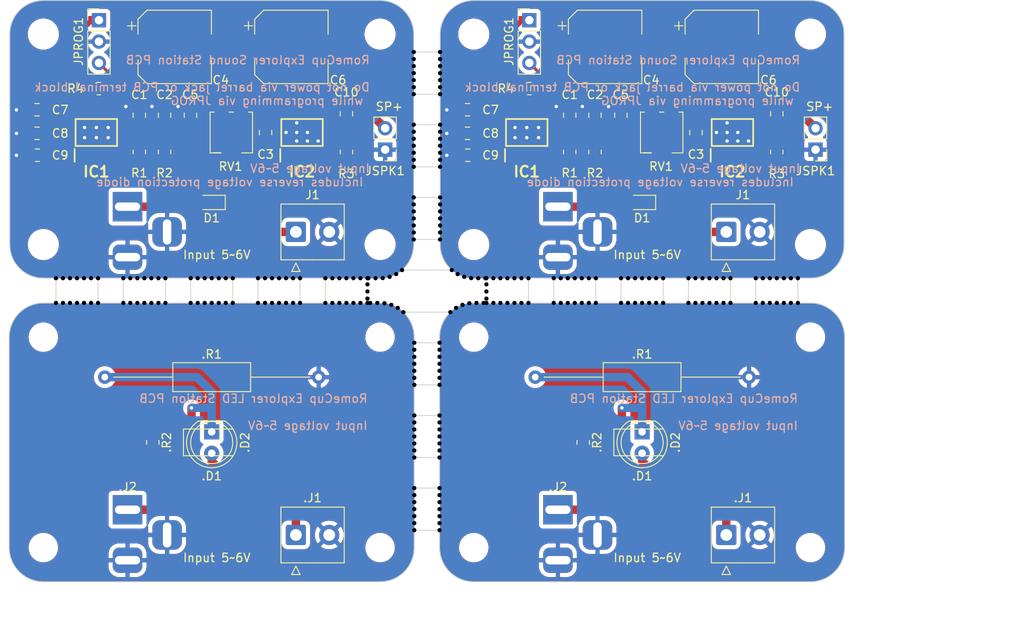
<source format=kicad_pcb>
(kicad_pcb (version 20221018) (generator pcbnew)
  (layers (0 "F.Cu" signal) (31 "B.Cu" signal) (34 "B.Paste" user) (35 "F.Paste" user) (36 "B.SilkS" user "B.Silkscreen") (37 "F.SilkS" user "F.Silkscreen") (38 "B.Mask" user) (39 "F.Mask" user) (44 "Edge.Cuts" user))
  (net 0 "")
  (net 1 "Board_0-Board_0-/AUDIO_OUT")
  (net 2 "Board_0-Board_0-/AUDIO_OUT_FILTER")
  (net 3 "Board_0-Board_0-/DAC_OUT")
  (net 4 "Board_0-Board_0-/FILTER_OUT")
  (net 5 "Board_0-Board_0-/PROG")
  (net 6 "Board_0-Board_0-/PWR")
  (net 7 "Board_0-Board_0-GND")
  (net 8 "Board_0-Board_0-Net-(C1-Pad1)")
  (net 9 "Board_0-Board_0-Net-(C10-Pad1)")
  (net 10 "Board_0-Board_0-Net-(C5-Pad2)")
  (net 11 "Board_0-Board_0-Net-(IC2-+INPUT)")
  (net 12 "Board_0-Board_0-Net-(IC2-GAIN_1)")
  (net 13 "Board_0-Board_0-Net-(IC2-GAIN_2)")
  (net 14 "Board_0-Board_0-Net-(JPROG1-Pin_3)")
  (net 15 "Board_0-Board_0-VCC")
  (net 16 "Board_0-Board_0-unconnected-(IC1-PA1-Pad4)")
  (net 17 "Board_0-Board_0-unconnected-(IC1-PA2-Pad5)")
  (net 18 "Board_0-Board_0-unconnected-(IC1-PA3{slash}EXTCLK-Pad7)")
  (net 19 "Board_0-Board_0-unconnected-(IC1-PA7-Pad3)")
  (net 20 "Board_0-Board_0-unconnected-(IC2-BYPASS-Pad7)")
  (net 21 "Board_0-Board_1-GND")
  (net 22 "Board_0-Board_1-Net-(D1-K)")
  (net 23 "Board_0-Board_1-VCC")
  (net 24 "Board_1-Board_0-/AUDIO_OUT")
  (net 25 "Board_1-Board_0-/AUDIO_OUT_FILTER")
  (net 26 "Board_1-Board_0-/DAC_OUT")
  (net 27 "Board_1-Board_0-/FILTER_OUT")
  (net 28 "Board_1-Board_0-/PROG")
  (net 29 "Board_1-Board_0-/PWR")
  (net 30 "Board_1-Board_0-GND")
  (net 31 "Board_1-Board_0-Net-(C1-Pad1)")
  (net 32 "Board_1-Board_0-Net-(C10-Pad1)")
  (net 33 "Board_1-Board_0-Net-(C5-Pad2)")
  (net 34 "Board_1-Board_0-Net-(IC2-+INPUT)")
  (net 35 "Board_1-Board_0-Net-(IC2-GAIN_1)")
  (net 36 "Board_1-Board_0-Net-(IC2-GAIN_2)")
  (net 37 "Board_1-Board_0-Net-(JPROG1-Pin_3)")
  (net 38 "Board_1-Board_0-VCC")
  (net 39 "Board_1-Board_0-unconnected-(IC1-PA1-Pad4)")
  (net 40 "Board_1-Board_0-unconnected-(IC1-PA2-Pad5)")
  (net 41 "Board_1-Board_0-unconnected-(IC1-PA3{slash}EXTCLK-Pad7)")
  (net 42 "Board_1-Board_0-unconnected-(IC1-PA7-Pad3)")
  (net 43 "Board_1-Board_0-unconnected-(IC2-BYPASS-Pad7)")
  (net 44 "Board_1-Board_1-GND")
  (net 45 "Board_1-Board_1-Net-(D1-K)")
  (net 46 "Board_1-Board_1-VCC")
  (footprint "NPTH" (layer "F.Cu") (at 109.436 53)
    (fp_text reference "KiKit_MB_1_1" hide)
    (fp_text value "NPTH" hide)
  )
  (footprint "NPTH" (layer "F.Cu") (at 113.269334 53)
    (fp_text reference "KiKit_MB_2_6" hide)
    (fp_text value "NPTH" hide)
  )
  (footprint "NPTH" (layer "F.Cu") (at 137.269333 55.936)
    (fp_text reference "KiKit_MB_10_2" hide)
    (fp_text value "NPTH" hide)
  )
  (footprint "Resistor_SMD:R_0805_2012Metric_Pad1.20x1.40mm_HandSolder" (layer "F.Cu") (at 117.336 38 90)
    (fp_text reference "R2")
    (fp_text value "1.2k")
  )
  (footprint "Capacitor_SMD:C_0805_2012Metric_Pad1.18x1.45mm_HandSolder" (layer "F.Cu") (at 138.936 33.4625 90)
    (fp_text reference "C10")
    (fp_text value "100nF")
  )
  (footprint "NPTH" (layer "F.Cu") (at 104.436 55.936)
    (fp_text reference "KiKit_MB_6_1" hide)
    (fp_text value "NPTH" hide)
  )
  (footprint "NPTH" (layer "F.Cu") (at 142.610268 55.936)
    (fp_text reference "KiKit_MB_4_11" hide)
    (fp_text value "NPTH" hide)
  )
  (footprint "NPTH" (layer "F.Cu") (at 155.564 54.574653)
    (fp_text reference "KiKit_MB_11_8" hide)
    (fp_text value "NPTH" hide)
  )
  (footprint "NPTH" (layer "F.Cu") (at 167.730667 55.936)
    (fp_text reference "KiKit_MB_7_6" hide)
    (fp_text value "NPTH" hide)
  )
  (footprint "NPTH" (layer "F.Cu") (at 146.936 45.899)
    (fp_text reference "KiKit_MB_3_4" hide)
    (fp_text value "NPTH" hide)
  )
  (footprint "Capacitor_SMD:C_0805_2012Metric_Pad1.18x1.45mm_HandSolder" (layer "F.Cu") (at 171.539 33.6375 90)
    (fp_text reference "C5")
    (fp_text value "100nF")
  )
  (footprint "NPTH" (layer "F.Cu") (at 158.897334 55.936)
    (fp_text reference "KiKit_MB_6_5" hide)
    (fp_text value "NPTH" hide)
  )
  (footprint "NPTH" (layer "F.Cu") (at 138.936 55.936)
    (fp_text reference "KiKit_MB_10_4" hide)
    (fp_text value "NPTH" hide)
  )
  (footprint "NPTH" (layer "F.Cu") (at 107.769334 53)
    (fp_text reference "KiKit_MB_1_3" hide)
    (fp_text value "NPTH" hide)
  )
  (footprint "NPTH" (layer "F.Cu") (at 151.288877 57.032)
    (fp_text reference "KiKit_MB_11_1" hide)
    (fp_text value "NPTH" hide)
  )
  (footprint "NPTH" (layer "F.Cu") (at 155.234936 55.936)
    (fp_text reference "KiKit_MB_11_6" hide)
    (fp_text value "NPTH" hide)
  )
  (footprint "NPTH" (layer "F.Cu") (at 106.102667 55.936)
    (fp_text reference "KiKit_MB_6_3" hide)
    (fp_text value "NPTH" hide)
  )
  (footprint "Potentiometer_SMD:Potentiometer_Bourns_3214J_Horizontal" (layer "F.Cu") (at 176.393 35.688 90)
    (fp_text reference "RV1")
    (fp_text value "B100k")
  )
  (footprint "NPTH" (layer "F.Cu") (at 106.936 53)
    (fp_text reference "KiKit_MB_1_4" hide)
    (fp_text value "NPTH" hide)
  )
  (footprint "NPTH" (layer "F.Cu") (at 123.769333 53)
    (fp_text reference "KiKit_MB_3_3" hide)
    (fp_text value "NPTH" hide)
  )
  (footprint "NPTH" (layer "F.Cu") (at 150.064 48.399)
    (fp_text reference "KiKit_MB_10_1" hide)
    (fp_text value "NPTH" hide)
  )
  (footprint "NPTH" (layer "F.Cu") (at 159.730667 55.936)
    (fp_text reference "KiKit_MB_6_6" hide)
    (fp_text value "NPTH" hide)
  )
  (footprint "Diode_SMD:D_SOD-323" (layer "F.Cu") (at 174.064 44 180)
    (fp_text reference "D1")
    (fp_text value "D_Schottky")
  )
  (footprint "NPTH" (layer "F.Cu") (at 145.544844 52.032)
    (fp_text reference "KiKit_MB_4_1" hide)
    (fp_text value "NPTH" hide)
  )
  (footprint "NPTH" (layer "F.Cu") (at 150 82.097666)
    (fp_text reference "KiKit_MB_14_2" hide)
    (fp_text value "NPTH" hide)
  )
  (footprint "NPTH" (layer "F.Cu") (at 152.149419 52.511295)
    (fp_text reference "KiKit_MB_11_14" hide)
    (fp_text value "NPTH" hide)
  )
  (footprint "ATTINY412-SSF:SOIC127P600X175-8N" (layer "F.Cu") (at 109.231 35.688 90)
    (fp_text reference "IC1")
    (fp_text value "ATTINY412-SSF" hide)
  )
  (footprint "Connector_PinHeader_2.54mm:PinHeader_1x03_P2.54mm_Vertical" (layer "F.Cu") (at 160.668 22.349)
    (fp_text reference "JPROG1")
    (fp_text value "Conn_01x03_Pin")
  )
  (footprint "NPTH" (layer "F.Cu") (at 150 74.298)
    (fp_text reference "KiKit_MB_13_1" hide)
    (fp_text value "NPTH" hide)
  )
  (footprint "MountingHole:MountingHole_3mm" (layer "F.Cu") (at 194.064 85)
    (fp_text reference ".H4" hide)
    (fp_text value "MountingHole")
  )
  (footprint "NPTH" (layer "F.Cu") (at 156.397334 53)
    (fp_text reference "KiKit_MB_1_6" hide)
    (fp_text value "NPTH" hide)
  )
  (footprint "NPTH" (layer "F.Cu") (at 104.436 53)
    (fp_text reference "KiKit_MB_1_7" hide)
    (fp_text value "NPTH" hide)
  )
  (footprint "NPTH" (layer "F.Cu") (at 150 78.764333)
    (fp_text reference "KiKit_MB_14_6" hide)
    (fp_text value "NPTH" hide)
  )
  (footprint "Resistor_SMD:R_0805_2012Metric_Pad1.20x1.40mm_HandSolder" (layer "F.Cu") (at 167.064 72.5 -90)
    (fp_text reference ".R2")
    (fp_text value "R")
  )
  (footprint "ATTINY412-SSF:SOIC127P600X175-8N" (layer "F.Cu") (at 133.665 35.688 90)
    (fp_text reference "IC2")
    (fp_text value "LM386M-1_NOPB" hide)
  )
  (footprint "MountingHole:MountingHole_3mm" (layer "F.Cu") (at 142.936 85)
    (fp_text reference ".H4" hide)
    (fp_text value "MountingHole")
  )
  (footprint "NPTH" (layer "F.Cu") (at 156.397334 55.936)
    (fp_text reference "KiKit_MB_6_2" hide)
    (fp_text value "NPTH" hide)
  )
  (footprint "NPTH" (layer "F.Cu") (at 150.064 27.799667)
    (fp_text reference "KiKit_MB_8_5" hide)
    (fp_text value "NPTH" hide)
  )
  (footprint "Connector_PinHeader_2.54mm:PinHeader_1x02_P2.54mm_Vertical" (layer "F.Cu") (at 194.664 37.724 180)
    (fp_text reference "JSPK1")
    (fp_text value "Connector_PinHeader_2.54mm:PinHeader_1x02_P2.54mm_Vertical")
  )
  (footprint "NPTH" (layer "F.Cu") (at 136.436 55.936)
    (fp_text reference "KiKit_MB_10_1" hide)
    (fp_text value "NPTH" hide)
  )
  (footprint "NPTH" (layer "F.Cu") (at 146.936 38.932667)
    (fp_text reference "KiKit_MB_2_6" hide)
    (fp_text value "NPTH" hide)
  )
  (footprint "NPTH" (layer "F.Cu") (at 150 71.798)
    (fp_text reference "KiKit_MB_13_4" hide)
    (fp_text value "NPTH" hide)
  )
  (footprint "NPTH" (layer "F.Cu") (at 150 69.298)
    (fp_text reference "KiKit_MB_13_7" hide)
    (fp_text value "NPTH" hide)
  )
  (footprint "NPTH" (layer "F.Cu") (at 112.436 53)
    (fp_text reference "KiKit_MB_2_7" hide)
    (fp_text value "NPTH" hide)
  )
  (footprint "NPTH" (layer "F.Cu") (at 167.730667 53)
    (fp_text reference "KiKit_MB_2_2" hide)
    (fp_text value "NPTH" hide)
  )
  (footprint "NPTH" (layer "F.Cu") (at 150.064 34.766)
    (fp_text reference "KiKit_MB_9_7" hide)
    (fp_text value "NPTH" hide)
  )
  (footprint "NPTH" (layer "F.Cu") (at 128.436 55.936)
    (fp_text reference "KiKit_MB_9_1" hide)
    (fp_text value "NPTH" hide)
  )
  (footprint "NPTH" (layer "F.Cu") (at 147 77.931)
    (fp_text reference "KiKit_MB_7_1" hide)
    (fp_text value "NPTH" hide)
  )
  (footprint "Connector_PinHeader_2.54mm:PinHeader_1x02_P2.54mm_Vertical" (layer "F.Cu") (at 143.536 37.724 180)
    (fp_text reference "JSPK1")
    (fp_text value "Connector_PinHeader_2.54mm:PinHeader_1x02_P2.54mm_Vertical")
  )
  (footprint "NPTH" (layer "F.Cu") (at 191.730666 55.936)
    (fp_text reference "KiKit_MB_10_6" hide)
    (fp_text value "NPTH" hide)
  )
  (footprint "NPTH" (layer "F.Cu") (at 144.071345 52.834328)
    (fp_text reference "KiKit_MB_4_3" hide)
    (fp_text value "NPTH" hide)
  )
  (footprint "MountingHole:MountingHole_3.2mm_M3" (layer "F.Cu") (at 142.936 49)
    (fp_text reference "H3" hide)
    (fp_text value "MountingHole")
  )
  (footprint "NPTH" (layer "F.Cu") (at 144.274916 56.164183)
    (fp_text reference "KiKit_MB_4_13" hide)
    (fp_text value "NPTH" hide)
  )
  (footprint "Capacitor_SMD:CP_Elec_8x10.5" (layer "F.Cu") (at 183.528 25.524)
    (fp_text reference "C6")
    (fp_text value "100uF")
  )
  (footprint "NPTH" (layer "F.Cu") (at 187.564 55.936)
    (fp_text reference "KiKit_MB_10_1" hide)
    (fp_text value "NPTH" hide)
  )
  (footprint "NPTH" (layer "F.Cu") (at 152.725082 56.164183)
    (fp_text reference "KiKit_MB_11_3" hide)
    (fp_text value "NPTH" hide)
  )
  (footprint "ATTINY412-SSF:SOIC127P600X175-8N" (layer "F.Cu") (at 184.793 35.688 90)
    (fp_text reference "IC2")
    (fp_text value "LM386M-1_NOPB" hide)
  )
  (footprint "NPTH" (layer "F.Cu") (at 184.564 53)
    (fp_text reference "KiKit_MB_4_1" hide)
    (fp_text value "NPTH" hide)
  )
  (footprint "NPTH" (layer "F.Cu") (at 150.064 38.099334)
    (fp_text reference "KiKit_MB_9_3" hide)
    (fp_text value "NPTH" hide)
  )
  (footprint "NPTH" (layer "F.Cu") (at 171.564 53)
    (fp_text reference "KiKit_MB_3_7" hide)
    (fp_text value "NPTH" hide)
  )
  (footprint "Capacitor_SMD:CP_Elec_8x10.5" (layer "F.Cu") (at 169.668 25.524)
    (fp_text reference "C4")
    (fp_text value "1000uF")
  )
  (footprint "NPTH" (layer "F.Cu") (at 131.769333 55.936)
    (fp_text reference "KiKit_MB_9_5" hide)
    (fp_text value "NPTH" hide)
  )
  (footprint "NPTH" (layer "F.Cu") (at 147 70.131333)
    (fp_text reference "KiKit_MB_6_2" hide)
    (fp_text value "NPTH" hide)
  )
  (footprint "NPTH" (layer "F.Cu") (at 146.936 39.766)
    (fp_text reference "KiKit_MB_2_7" hide)
    (fp_text value "NPTH" hide)
  )
  (footprint "NPTH" (layer "F.Cu") (at 173.230667 53)
    (fp_text reference "KiKit_MB_3_5" hide)
    (fp_text value "NPTH" hide)
  )
  (footprint "LED_SMD:LED_2010_5025Metric_Pad1.52x2.65mm_HandSolder" (layer "F.Cu") (at 122.936 72.5)
    (fp_text reference ".D1")
    (fp_text value "LED")
  )
  (footprint "NPTH" (layer "F.Cu") (at 122.936 55.936)
    (fp_text reference "KiKit_MB_8_4" hide)
    (fp_text value "NPTH" hide)
  )
  (footprint "NPTH" (layer "F.Cu") (at 151.961742 56.523175)
    (fp_text reference "KiKit_MB_11_2" hide)
    (fp_text value "NPTH" hide)
  )
  (footprint "NPTH" (layer "F.Cu") (at 129.269333 53)
    (fp_text reference "KiKit_MB_4_6" hide)
    (fp_text value "NPTH" hide)
  )
  (footprint "NPTH" (layer "F.Cu") (at 141.436 53.729449)
    (fp_text reference "KiKit_MB_4_7" hide)
    (fp_text value "NPTH" hide)
  )
  (footprint "NPTH" (layer "F.Cu") (at 190.064 55.936)
    (fp_text reference "KiKit_MB_10_4" hide)
    (fp_text value "NPTH" hide)
  )
  (footprint "MountingHole:MountingHole_3.2mm_M3" (layer "F.Cu") (at 194.064 49)
    (fp_text reference "H3" hide)
    (fp_text value "MountingHole")
  )
  (footprint "NPTH" (layer "F.Cu") (at 140.602666 55.936)
    (fp_text reference "KiKit_MB_10_6" hide)
    (fp_text value "NPTH" hide)
  )
  (footprint "NPTH" (layer "F.Cu") (at 164.397334 53)
    (fp_text reference "KiKit_MB_2_6" hide)
    (fp_text value "NPTH" hide)
  )
  (footprint "NPTH" (layer "F.Cu") (at 153.546049 55.970452)
    (fp_text reference "KiKit_MB_11_4" hide)
    (fp_text value "NPTH" hide)
  )
  (footprint "NPTH" (layer "F.Cu") (at 140.602666 53)
    (fp_text reference "KiKit_MB_5_2" hide)
    (fp_text value "NPTH" hide)
  )
  (footprint "LED_THT:LED_D5.0mm" (layer "F.Cu") (at 122.936 71.25 -90)
    (fp_text reference ".D2")
    (fp_text value "LED")
  )
  (footprint "NPTH" (layer "F.Cu") (at 125.436 55.936)
    (fp_text reference "KiKit_MB_8_7" hide)
    (fp_text value "NPTH" hide)
  )
  (footprint "Resistor_SMD:R_0805_2012Metric_Pad1.20x1.40mm_HandSolder" (layer "F.Cu") (at 190.064 38 -90)
    (fp_text reference "R3")
    (fp_text value "4.7k")
  )
  (footprint "NPTH" (layer "F.Cu") (at 150 82.931)
    (fp_text reference "KiKit_MB_14_1" hide)
    (fp_text value "NPTH" hide)
  )
  (footprint "NPTH" (layer "F.Cu") (at 107.769334 55.936)
    (fp_text reference "KiKit_MB_6_5" hide)
    (fp_text value "NPTH" hide)
  )
  (footprint "MountingHole:MountingHole_3mm" (layer "F.Cu") (at 102.936 60)
    (fp_text reference ".H1" hide)
    (fp_text value "MountingHole")
  )
  (footprint "NPTH" (layer "F.Cu") (at 166.897334 53)
    (fp_text reference "KiKit_MB_2_3" hide)
    (fp_text value "NPTH" hide)
  )
  (footprint "NPTH" (layer "F.Cu") (at 108.602667 53)
    (fp_text reference "KiKit_MB_1_2" hide)
    (fp_text value "NPTH" hide)
  )
  (footprint "NPTH" (layer "F.Cu") (at 150.064 29.466334)
    (fp_text reference "KiKit_MB_8_3" hide)
    (fp_text value "NPTH" hide)
  )
  (footprint "NPTH" (layer "F.Cu") (at 146.936 37.266)
    (fp_text reference "KiKit_MB_2_4" hide)
    (fp_text value "NPTH" hide)
  )
  (footprint "NPTH" (layer "F.Cu") (at 171.564 55.936)
    (fp_text reference "KiKit_MB_8_1" hide)
    (fp_text value "NPTH" hide)
  )
  (footprint "NPTH" (layer "F.Cu") (at 150 70.131333)
    (fp_text reference "KiKit_MB_13_6" hide)
    (fp_text value "NPTH" hide)
  )
  (footprint "NPTH" (layer "F.Cu") (at 145.038256 56.523175)
    (fp_text reference "KiKit_MB_4_14" hide)
    (fp_text value "NPTH" hide)
  )
  (footprint "NPTH" (layer "F.Cu") (at 174.064 55.936)
    (fp_text reference "KiKit_MB_8_4" hide)
    (fp_text value "NPTH" hide)
  )
  (footprint "NPTH" (layer "F.Cu") (at 154.389731 55.936)
    (fp_text reference "KiKit_MB_11_5" hide)
    (fp_text value "NPTH" hide)
  )
  (footprint "NPTH" (layer "F.Cu") (at 160.564 55.936)
    (fp_text reference "KiKit_MB_6_7" hide)
    (fp_text value "NPTH" hide)
  )
  (footprint "NPTH" (layer "F.Cu") (at 130.936 55.936)
    (fp_text reference "KiKit_MB_9_4" hide)
    (fp_text value "NPTH" hide)
  )
  (footprint "NPTH" (layer "F.Cu") (at 191.730666 53)
    (fp_text reference "KiKit_MB_5_2" hide)
    (fp_text value "NPTH" hide)
  )
  (footprint "NPTH" (layer "F.Cu") (at 165.230667 55.936)
    (fp_text reference "KiKit_MB_7_3" hide)
    (fp_text value "NPTH" hide)
  )
  (footprint "NPTH" (layer "F.Cu") (at 146.936 36.432667)
    (fp_text reference "KiKit_MB_2_3" hide)
    (fp_text value "NPTH" hide)
  )
  (footprint "Connector_TE-Connectivity:TE_826576-2_1x02_P3.96mm_Vertical" (layer "F.Cu") (at 132.936 83.5)
    (fp_text reference ".J1")
    (fp_text value "Conn_01x02_Socket")
  )
  (footprint "NPTH" (layer "F.Cu") (at 112.436 55.936)
    (fp_text reference "KiKit_MB_7_1" hide)
    (fp_text value "NPTH" hide)
  )
  (footprint "NPTH" (layer "F.Cu") (at 123.769333 55.936)
    (fp_text reference "KiKit_MB_8_5" hide)
    (fp_text value "NPTH" hide)
  )
  (footprint "NPTH" (layer "F.Cu") (at 130.102666 53)
    (fp_text reference "KiKit_MB_4_5" hide)
    (fp_text value "NPTH" hide)
  )
  (footprint "NPTH" (layer "F.Cu") (at 181.230666 53)
    (fp_text reference "KiKit_MB_4_5" hide)
    (fp_text value "NPTH" hide)
  )
  (footprint "Capacitor_SMD:C_0805_2012Metric_Pad1.18x1.45mm_HandSolder" (layer "F.Cu") (at 120.411 33.6375 90)
    (fp_text reference "C5")
    (fp_text value "100nF")
  )
  (footprint "NPTH" (layer "F.Cu") (at 141.436 53)
    (fp_text reference "KiKit_MB_5_1" hide)
    (fp_text value "NPTH" hide)
  )
  (footprint "NPTH" (layer "F.Cu") (at 157.230667 53)
    (fp_text reference "KiKit_MB_1_5" hide)
    (fp_text value "NPTH" hide)
  )
  (footprint "NPTH" (layer "F.Cu") (at 150 61.498333)
    (fp_text reference "KiKit_MB_12_6" hide)
    (fp_text value "NPTH" hide)
  )
  (footprint "NPTH" (layer "F.Cu") (at 124.602666 55.936)
    (fp_text reference "KiKit_MB_8_6" hide)
    (fp_text value "NPTH" hide)
  )
  (footprint "NPTH" (layer "F.Cu") (at 145.711121 57.032)
    (fp_text reference "KiKit_MB_4_15" hide)
    (fp_text value "NPTH" hide)
  )
  (footprint "NPTH" (layer "F.Cu") (at 182.064 53)
    (fp_text reference "KiKit_MB_4_4" hide)
    (fp_text value "NPTH" hide)
  )
  (footprint "NPTH" (layer "F.Cu") (at 146.936 45.065667)
    (fp_text reference "KiKit_MB_3_3" hide)
    (fp_text value "NPTH" hide)
  )
  (footprint "Capacitor_SMD:C_0805_2012Metric_Pad1.18x1.45mm_HandSolder" (layer "F.Cu") (at 153.3215 35.788 180)
    (fp_text reference "C8")
    (fp_text value "1uF")
  )
  (footprint "NPTH" (layer "F.Cu") (at 109.436 55.936)
    (fp_text reference "KiKit_MB_6_7" hide)
    (fp_text value "NPTH" hide)
  )
  (footprint "NPTH" (layer "F.Cu") (at 138.102666 53)
    (fp_text reference "KiKit_MB_5_5" hide)
    (fp_text value "NPTH" hide)
  )
  (footprint "Potentiometer_SMD:Potentiometer_Bourns_3214J_Horizontal" (layer "F.Cu") (at 125.265 35.688 90)
    (fp_text reference "RV1")
    (fp_text value "B100k")
  )
  (footprint "NPTH" (layer "F.Cu") (at 155.564 55.936)
    (fp_text reference "KiKit_MB_6_1" hide)
    (fp_text value "NPTH" hide)
  )
  (footprint "MountingHole:MountingHole_3mm" (layer "F.Cu") (at 154.064 60)
    (fp_text reference ".H1" hide)
    (fp_text value "MountingHole")
  )
  (footprint "NPTH" (layer "F.Cu") (at 141.436 55.936)
    (fp_text reference "KiKit_MB_10_7" hide)
    (fp_text value "NPTH" hide)
  )
  (footprint "NPTH" (layer "F.Cu") (at 150 77.931)
    (fp_text reference "KiKit_MB_14_7" hide)
    (fp_text value "NPTH" hide)
  )
  (footprint "NPTH" (layer "F.Cu") (at 146.936 46.732334)
    (fp_text reference "KiKit_MB_3_5" hide)
    (fp_text value "NPTH" hide)
  )
  (footprint "NPTH" (layer "F.Cu") (at 174.897333 55.936)
    (fp_text reference "KiKit_MB_8_5" hide)
    (fp_text value "NPTH" hide)
  )
  (footprint "Resistor_THT:R_Axial_DIN0309_L9.0mm_D3.2mm_P25.40mm_Horizontal" (layer "F.Cu") (at 161.364 64.75)
    (fp_text reference ".R1")
    (fp_text value "R")
  )
  (footprint "Resistor_SMD:R_0805_2012Metric_Pad1.20x1.40mm_HandSolder" (layer "F.Cu") (at 114.336 38 90)
    (fp_text reference "R1")
    (fp_text value "1.2k")
  )
  (footprint "NPTH" (layer "F.Cu") (at 146.936 43.399)
    (fp_text reference "KiKit_MB_3_1" hide)
    (fp_text value "NPTH" hide)
  )
  (footprint "NPTH" (layer "F.Cu") (at 150.064 26.133)
    (fp_text reference "KiKit_MB_8_7" hide)
    (fp_text value "NPTH" hide)
  )
  (footprint "NPTH" (layer "F.Cu") (at 115.769334 55.936)
    (fp_text reference "KiKit_MB_7_5" hide)
    (fp_text value "NPTH" hide)
  )
  (footprint "Resistor_SMD:R_0805_2012Metric_Pad1.20x1.40mm_HandSolder" (layer "F.Cu") (at 115.936 72.5 -90)
    (fp_text reference ".R2")
    (fp_text value "R")
  )
  (footprint "NPTH" (layer "F.Cu") (at 141.551755 53)
    (fp_text reference "KiKit_MB_4_6" hide)
    (fp_text value "NPTH" hide)
  )
  (footprint "NPTH" (layer "F.Cu") (at 179.564 55.936)
    (fp_text reference "KiKit_MB_9_1" hide)
    (fp_text value "NPTH" hide)
  )
  (footprint "NPTH" (layer "F.Cu") (at 117.436 53)
    (fp_text reference "KiKit_MB_2_1" hide)
    (fp_text value "NPTH" hide)
  )
  (footprint "NPTH" (layer "F.Cu") (at 150.064 45.899)
    (fp_text reference "KiKit_MB_10_4" hide)
    (fp_text value "NPTH" hide)
  )
  (footprint "NPTH" (layer "F.Cu") (at 150 79.597666)
    (fp_text reference "KiKit_MB_14_5" hide)
    (fp_text value "NPTH" hide)
  )
  (footprint "NPTH" (layer "F.Cu") (at 176.564 55.936)
    (fp_text reference "KiKit_MB_8_7" hide)
    (fp_text value "NPTH" hide)
  )
  (footprint "NPTH" (layer "F.Cu") (at 166.064 53)
    (fp_text reference "KiKit_MB_2_4" hide)
    (fp_text value "NPTH" hide)
  )
  (footprint "NPTH" (layer "F.Cu") (at 106.102667 53)
    (fp_text reference "KiKit_MB_1_5" hide)
    (fp_text value "NPTH" hide)
  )
  (footprint "NPTH" (layer "F.Cu") (at 174.897333 53)
    (fp_text reference "KiKit_MB_3_3" hide)
    (fp_text value "NPTH" hide)
  )
  (footprint "NPTH" (layer "F.Cu") (at 150.064 28.633)
    (fp_text reference "KiKit_MB_8_4" hide)
    (fp_text value "NPTH" hide)
  )
  (footprint "NPTH" (layer "F.Cu") (at 105.269334 53)
    (fp_text reference "KiKit_MB_1_6" hide)
    (fp_text value "NPTH" hide)
  )
  (footprint "NPTH" (layer "F.Cu") (at 188.397333 53)
    (fp_text reference "KiKit_MB_5_6" hide)
    (fp_text value "NPTH" hide)
  )
  (footprint "NPTH" (layer "F.Cu") (at 163.564 55.936)
    (fp_text reference "KiKit_MB_7_1" hide)
    (fp_text value "NPTH" hide)
  )
  (footprint "Resistor_SMD:R_0805_2012Metric_Pad1.20x1.40mm_HandSolder" (layer "F.Cu") (at 165.464 38 90)
    (fp_text reference "R1")
    (fp_text value "1.2k")
  )
  (footprint "NPTH" (layer "F.Cu") (at 129.269333 55.936)
    (fp_text reference "KiKit_MB_9_2" hide)
    (fp_text value "NPTH" hide)
  )
  (footprint "NPTH" (layer "F.Cu") (at 163.564 53)
    (fp_text reference "KiKit_MB_2_7" hide)
    (fp_text value "NPTH" hide)
  )
  (footprint "MountingHole:MountingHole_3mm" (layer "F.Cu") (at 102.936 85)
    (fp_text reference ".H3" hide)
    (fp_text value "MountingHole")
  )
  (footprint "NPTH" (layer "F.Cu") (at 150.064 31.133)
    (fp_text reference "KiKit_MB_8_1" hide)
    (fp_text value "NPTH" hide)
  )
  (footprint "Capacitor_SMD:C_0805_2012Metric_Pad1.18x1.45mm_HandSolder" (layer "F.Cu") (at 180.464 35.6875 90)
    (fp_text reference "C3")
    (fp_text value "10uF")
  )
  (footprint "Capacitor_SMD:CP_Elec_8x10.5" (layer "F.Cu") (at 118.54 25.524)
    (fp_text reference "C4")
    (fp_text value "1000uF")
  )
  (footprint "NPTH" (layer "F.Cu") (at 150.064 39.766)
    (fp_text reference "KiKit_MB_9_1" hide)
    (fp_text value "NPTH" hide)
  )
  (footprint "NPTH" (layer "F.Cu") (at 146.936 38.099334)
    (fp_text reference "KiKit_MB_2_5" hide)
    (fp_text value "NPTH" hide)
  )
  (footprint "NPTH" (layer "F.Cu") (at 147 65.665)
    (fp_text reference "KiKit_MB_5_7" hide)
    (fp_text value "NPTH" hide)
  )
  (footprint "NPTH" (layer "F.Cu") (at 144.850579 52.511295)
    (fp_text reference "KiKit_MB_4_2" hide)
    (fp_text value "NPTH" hide)
  )
  (footprint "NPTH" (layer "F.Cu") (at 138.102666 55.936)
    (fp_text reference "KiKit_MB_10_3" hide)
    (fp_text value "NPTH" hide)
  )
  (footprint "NPTH" (layer "F.Cu") (at 130.102666 55.936)
    (fp_text reference "KiKit_MB_9_3" hide)
    (fp_text value "NPTH" hide)
  )
  (footprint "NPTH" (layer "F.Cu") (at 139.769333 55.936)
    (fp_text reference "KiKit_MB_10_5" hide)
    (fp_text value "NPTH" hide)
  )
  (footprint "NPTH" (layer "F.Cu") (at 142.39696 53)
    (fp_text reference "KiKit_MB_4_5" hide)
    (fp_text value "NPTH" hide)
  )
  (footprint "Capacitor_SMD:C_0805_2012Metric_Pad1.18x1.45mm_HandSolder" (layer "F.Cu") (at 153.359 38.388 180)
    (fp_text reference "C9")
    (fp_text value "10uF")
  )
  (footprint "NPTH" (layer "F.Cu") (at 155.448243 53)
    (fp_text reference "KiKit_MB_11_10" hide)
    (fp_text value "NPTH" hide)
  )
  (footprint "Resistor_SMD:R_0805_2012Metric_Pad1.20x1.40mm_HandSolder" (layer "F.Cu") (at 138.936 38 -90)
    (fp_text reference "R3")
    (fp_text value "4.7k")
  )
  (footprint "NPTH" (layer "F.Cu") (at 146.936 31.133)
    (fp_text reference "KiKit_MB_1_7" hide)
    (fp_text value "NPTH" hide)
  )
  (footprint "NPTH" (layer "F.Cu") (at 121.269334 55.936)
    (fp_text reference "KiKit_MB_8_2" hide)
    (fp_text value "NPTH" hide)
  )
  (footprint "NPTH" (layer "F.Cu") (at 147 60.665)
    (fp_text reference "KiKit_MB_5_1" hide)
    (fp_text value "NPTH" hide)
  )
  (footprint "MountingHole:MountingHole_3.2mm_M3" (layer "F.Cu") (at 154.064 49)
    (fp_text reference "H4" hide)
    (fp_text value "MountingHole")
  )
  (footprint "NPTH" (layer "F.Cu") (at 174.064 53)
    (fp_text reference "KiKit_MB_3_4" hide)
    (fp_text value "NPTH" hide)
  )
  (footprint "NPTH" (layer "F.Cu") (at 192.564 55.936)
    (fp_text reference "KiKit_MB_10_7" hide)
    (fp_text value "NPTH" hide)
  )
  (footprint "Connector_BarrelJack:BarrelJack_Horizontal" (layer "F.Cu") (at 164.064 80.5 90)
    (fp_text reference ".J2")
    (fp_text value "Conn_01x03_Socket")
  )
  (footprint "NPTH" (layer "F.Cu") (at 151.455154 52.032)
    (fp_text reference "KiKit_MB_11_15" hide)
    (fp_text value "NPTH" hide)
  )
  (footprint "NPTH" (layer "F.Cu") (at 190.897333 53)
    (fp_text reference "KiKit_MB_5_3" hide)
    (fp_text value "NPTH" hide)
  )
  (footprint "Capacitor_SMD:C_0805_2012Metric_Pad1.18x1.45mm_HandSolder" (layer "F.Cu") (at 102.1935 35.788 180)
    (fp_text reference "C8")
    (fp_text value "1uF")
  )
  (footprint "NPTH" (layer "F.Cu") (at 141.436 55.419858)
    (fp_text reference "KiKit_MB_4_9" hide)
    (fp_text value "NPTH" hide)
  )
  (footprint "NPTH" (layer "F.Cu") (at 173.230667 55.936)
    (fp_text reference "KiKit_MB_8_3" hide)
    (fp_text value "NPTH" hide)
  )
  (footprint "NPTH" (layer "F.Cu") (at 183.730666 55.936)
    (fp_text reference "KiKit_MB_9_6" hide)
    (fp_text value "NPTH" hide)
  )
  (footprint "NPTH" (layer "F.Cu") (at 106.936 55.936)
    (fp_text reference "KiKit_MB_6_4" hide)
    (fp_text value "NPTH" hide)
  )
  (footprint "NPTH" (layer "F.Cu") (at 182.064 55.936)
    (fp_text reference "KiKit_MB_9_4" hide)
    (fp_text value "NPTH" hide)
  )
  (footprint "NPTH" (layer "F.Cu") (at 188.397333 55.936)
    (fp_text reference "KiKit_MB_10_2" hide)
    (fp_text value "NPTH" hide)
  )
  (footprint "Capacitor_SMD:CP_Elec_8x10.5" (layer "F.Cu") (at 132.4 25.524)
    (fp_text reference "C6")
    (fp_text value "100uF")
  )
  (footprint "NPTH" (layer "F.Cu") (at 147 74.298)
    (fp_text reference "KiKit_MB_6_7" hide)
    (fp_text value "NPTH" hide)
  )
  (footprint "Diode_SMD:D_SOD-323" (layer "F.Cu") (at 122.936 44 180)
    (fp_text reference "D1")
    (fp_text value "D_Schottky")
  )
  (footprint "NPTH" (layer "F.Cu") (at 132.602666 55.936)
    (fp_text reference "KiKit_MB_9_6" hide)
    (fp_text value "NPTH" hide)
  )
  (footprint "Resistor_SMD:R_0805_2012Metric_Pad1.20x1.40mm_HandSolder" (layer "F.Cu") (at 168.464 38 90)
    (fp_text reference "R2")
    (fp_text value "1.2k")
  )
  (footprint "NPTH" (layer "F.Cu") (at 147 73.464666)
    (fp_text reference "KiKit_MB_6_6" hide)
    (fp_text value "NPTH" hide)
  )
  (footprint "ATTINY412-SSF:SOIC127P600X175-8N" (layer "F.Cu") (at 160.359 35.688 90)
    (fp_text reference "IC1")
    (fp_text value "ATTINY412-SSF" hide)
  )
  (footprint "NPTH" (layer "F.Cu") (at 147 72.631333)
    (fp_text reference "KiKit_MB_6_5" hide)
    (fp_text value "NPTH" hide)
  )
  (footprint "LED_SMD:LED_2010_5025Metric_Pad1.52x2.65mm_HandSolder" (layer "F.Cu") (at 174.064 72.5)
    (fp_text reference ".D1")
    (fp_text value "LED")
  )
  (footprint "NPTH" (layer "F.Cu") (at 113.269334 55.936)
    (fp_text reference "KiKit_MB_7_2" hide)
    (fp_text value "NPTH" hide)
  )
  (footprint "NPTH" (layer "F.Cu") (at 150 62.331666)
    (fp_text reference "KiKit_MB_12_5" hide)
    (fp_text value "NPTH" hide)
  )
  (footprint "Connector_TE-Connectivity:TE_826576-2_1x02_P3.96mm_Vertical" (layer "F.Cu") (at 132.936 47.5)
    (fp_text reference "J1")
    (fp_text value "Conn_01x02_Socket")
  )
  (footprint "NPTH" (layer "F.Cu") (at 114.102667 53)
    (fp_text reference "KiKit_MB_2_5" hide)
    (fp_text value "NPTH" hide)
  )
  (footprint "NPTH" (layer "F.Cu") (at 146.936 27.799667)
    (fp_text reference "KiKit_MB_1_3" hide)
    (fp_text value "NPTH" hide)
  )
  (footprint "NPTH" (layer "F.Cu") (at 146.936 35.599334)
    (fp_text reference "KiKit_MB_2_2" hide)
    (fp_text value "NPTH" hide)
  )
  (footprint "NPTH" (layer "F.Cu") (at 150.064 26.966334)
    (fp_text reference "KiKit_MB_8_6" hide)
    (fp_text value "NPTH" hide)
  )
  (footprint "Connector_TE-Connectivity:TE_826576-2_1x02_P3.96mm_Vertical" (layer "F.Cu") (at 184.064 83.5)
    (fp_text reference ".J1")
    (fp_text value "Conn_01x02_Socket")
  )
  (footprint "NPTH" (layer "F.Cu") (at 147 82.097666)
    (fp_text reference "KiKit_MB_7_6" hide)
    (fp_text value "NPTH" hide)
  )
  (footprint "Connector_BarrelJack:BarrelJack_Horizontal" (layer "F.Cu") (at 164.064 44.5 90)
    (fp_text reference "J2" hide)
    (fp_text value "Conn_01x03_Socket" hide)
  )
  (footprint "MountingHole:MountingHole_3.2mm_M3" (layer "F.Cu") (at 194.064 24)
    (fp_text reference "H2" hide)
    (fp_text value "MountingHole")
  )
  (footprint "Connector_PinHeader_2.54mm:PinHeader_1x03_P2.54mm_Vertical" (layer "F.Cu") (at 109.54 22.349)
    (fp_text reference "JPROG1")
    (fp_text value "Conn_01x03_Pin")
  )
  (footprint "MountingHole:MountingHole_3.2mm_M3" (layer "F.Cu") (at 154.064 24)
    (fp_text reference "H1" hide)
    (fp_text value "MountingHole")
  )
  (footprint "NPTH" (layer "F.Cu") (at 141.765063 55.936)
    (fp_text reference "KiKit_MB_4_10" hide)
    (fp_text value "NPTH" hide)
  )
  (footprint "Capacitor_SMD:C_0805_2012Metric_Pad1.18x1.45mm_HandSolder" (layer "F.Cu") (at 165.464 33.6375 90)
    (fp_text reference "C1")
    (fp_text value "33pF")
  )
  (footprint "NPTH" (layer "F.Cu") (at 150.064 35.599334)
    (fp_text reference "KiKit_MB_9_6" hide)
    (fp_text value "NPTH" hide)
  )
  (footprint "NPTH" (layer "F.Cu") (at 150.064 36.432667)
    (fp_text reference "KiKit_MB_9_5" hide)
    (fp_text value "NPTH" hide)
  )
  (footprint "MountingHole:MountingHole_3mm" (layer "F.Cu") (at 142.936 60)
    (fp_text reference ".H2" hide)
    (fp_text value "MountingHole")
  )
  (footprint "NPTH" (layer "F.Cu") (at 150.064 44.232334)
    (fp_text reference "KiKit_MB_10_6" hide)
    (fp_text value "NPTH" hide)
  )
  (footprint "NPTH" (layer "F.Cu") (at 116.602667 53)
    (fp_text reference "KiKit_MB_2_2" hide)
    (fp_text value "NPTH" hide)
  )
  (footprint "Capacitor_SMD:C_0805_2012Metric_Pad1.18x1.45mm_HandSolder" (layer "F.Cu") (at 117.336 33.6375 90)
    (fp_text reference "C2")
    (fp_text value "33pF")
  )
  (footprint "Capacitor_SMD:C_0805_2012Metric_Pad1.18x1.45mm_HandSolder" (layer "F.Cu") (at 153.3215 32.988 180)
    (fp_text reference "C7")
    (fp_text value "100nF")
  )
  (footprint "NPTH" (layer "F.Cu") (at 189.230666 53)
    (fp_text reference "KiKit_MB_5_5" hide)
    (fp_text value "NPTH" hide)
  )
  (footprint "Capacitor_SMD:C_0805_2012Metric_Pad1.18x1.45mm_HandSolder" (layer "F.Cu") (at 102.231 38.388 180)
    (fp_text reference "C9")
    (fp_text value "10uF")
  )
  (footprint "NPTH" (layer "F.Cu") (at 133.436 53)
    (fp_text reference "KiKit_MB_4_1" hide)
    (fp_text value "NPTH" hide)
  )
  (footprint "NPTH" (layer "F.Cu") (at 150.064 37.266)
    (fp_text reference "KiKit_MB_9_4" hide)
    (fp_text value "NPTH" hide)
  )
  (footprint "NPTH" (layer "F.Cu") (at 164.397334 55.936)
    (fp_text reference "KiKit_MB_7_2" hide)
    (fp_text value "NPTH" hide)
  )
  (footprint "LED_THT:LED_D5.0mm" (layer "F.Cu") (at 174.064 71.25 -90)
    (fp_text reference ".D2")
    (fp_text value "LED")
  )
  (footprint "Connector_BarrelJack:BarrelJack_Horizontal" (layer "F.Cu") (at 112.936 44.5 90)
    (fp_text reference "J2" hide)
    (fp_text value "Conn_01x03_Socket" hide)
  )
  (footprint "NPTH" (layer "F.Cu") (at 146.936 34.766)
    (fp_text reference "KiKit_MB_2_1" hide)
    (fp_text value "NPTH" hide)
  )
  (footprint "NPTH" (layer "F.Cu") (at 143.241801 52.987007)
    (fp_text reference "KiKit_MB_4_4" hide)
    (fp_text value "NPTH" hide)
  )
  (footprint "NPTH" (layer "F.Cu") (at 133.436 55.936)
    (fp_text reference "KiKit_MB_9_7" hide)
    (fp_text value "NPTH" hide)
  )
  (footprint "NPTH" (layer "F.Cu") (at 147 64.831666)
    (fp_text reference "KiKit_MB_5_6" hide)
    (fp_text value "NPTH" hide)
  )
  (footprint "NPTH" (layer "F.Cu") (at 146.936 29.466334)
    (fp_text reference "KiKit_MB_1_5" hide)
    (fp_text value "NPTH" hide)
  )
  (footprint "NPTH" (layer "F.Cu") (at 146.936 48.399)
    (fp_text reference "KiKit_MB_3_7" hide)
    (fp_text value "NPTH" hide)
  )
  (footprint "NPTH" (layer "F.Cu") (at 150.064 46.732334)
    (fp_text reference "KiKit_MB_10_3" hide)
    (fp_text value "NPTH" hide)
  )
  (footprint "NPTH" (layer "F.Cu") (at 189.230666 55.936)
    (fp_text reference "KiKit_MB_10_3" hide)
    (fp_text value "NPTH" hide)
  )
  (footprint "NPTH" (layer "F.Cu") (at 114.102667 55.936)
    (fp_text reference "KiKit_MB_7_3" hide)
    (fp_text value "NPTH" hide)
  )
  (footprint "Resistor_SMD:R_0805_2012Metric_Pad1.20x1.40mm_HandSolder" (layer "F.Cu") (at 160.652 30.477)
    (fp_text reference "R4")
    (fp_text value "470")
  )
  (footprint "NPTH" (layer "F.Cu") (at 105.269334 55.936)
    (fp_text reference "KiKit_MB_6_2" hide)
    (fp_text value "NPTH" hide)
  )
  (footprint "NPTH" (layer "F.Cu") (at 147 71.798)
    (fp_text reference "KiKit_MB_6_4" hide)
    (fp_text value "NPTH" hide)
  )
  (footprint "NPTH" (layer "F.Cu") (at 150.064 47.565667)
    (fp_text reference "KiKit_MB_10_2" hide)
    (fp_text value "NPTH" hide)
  )
  (footprint "NPTH" (layer "F.Cu") (at 147 81.264333)
    (fp_text reference "KiKit_MB_7_5" hide)
    (fp_text value "NPTH" hide)
  )
  (footprint "NPTH" (layer "F.Cu") (at 120.436 53)
    (fp_text reference "KiKit_MB_3_7" hide)
    (fp_text value "NPTH" hide)
  )
  (footprint "NPTH" (layer "F.Cu") (at 138.936 53)
    (fp_text reference "KiKit_MB_5_4" hide)
    (fp_text value "NPTH" hide)
  )
  (footprint "NPTH" (layer "F.Cu") (at 160.564 53)
    (fp_text reference "KiKit_MB_1_1" hide)
    (fp_text value "NPTH" hide)
  )
  (footprint "NPTH" (layer "F.Cu") (at 180.397333 55.936)
    (fp_text reference "KiKit_MB_9_2" hide)
    (fp_text value "NPTH" hide)
  )
  (footprint "NPTH" (layer "F.Cu") (at 184.564 55.936)
    (fp_text reference "KiKit_MB_9_7" hide)
    (fp_text value "NPTH" hide)
  )
  (footprint "MountingHole:MountingHole_3.2mm_M3" (layer "F.Cu") (at 102.936 24)
    (fp_text reference "H1" hide)
    (fp_text value "MountingHole")
  )
  (footprint "Resistor_THT:R_Axial_DIN0309_L9.0mm_D3.2mm_P25.40mm_Horizontal" (layer "F.Cu") (at 110.236 64.75)
    (fp_text reference ".R1")
    (fp_text value "R")
  )
  (footprint "NPTH" (layer "F.Cu") (at 152.928653 52.834328)
    (fp_text reference "KiKit_MB_11_13" hide)
    (fp_text value "NPTH" hide)
  )
  (footprint "NPTH" (layer "F.Cu") (at 187.564 53)
    (fp_text reference "KiKit_MB_5_7" hide)
    (fp_text value "NPTH" hide)
  )
  (footprint "NPTH" (layer "F.Cu") (at 147 61.498333)
    (fp_text reference "KiKit_MB_5_2" hide)
    (fp_text value "NPTH" hide)
  )
  (footprint "MountingHole:MountingHole_3mm" (layer "F.Cu") (at 194.064 60)
    (fp_text reference ".H2" hide)
    (fp_text value "MountingHole")
  )
  (footprint "NPTH" (layer "F.Cu") (at 176.564 53)
    (fp_text reference "KiKit_MB_3_1" hide)
    (fp_text value "NPTH" hide)
  )
  (footprint "NPTH" (layer "F.Cu") (at 147 78.764333)
    (fp_text reference "KiKit_MB_7_2" hide)
    (fp_text value "NPTH" hide)
  )
  (footprint "NPTH" (layer "F.Cu") (at 182.897333 53)
    (fp_text reference "KiKit_MB_4_3" hide)
    (fp_text value "NPTH" hide)
  )
  (footprint "Connector_BarrelJack:BarrelJack_Horizontal" (layer "F.Cu") (at 112.936 80.5 90)
    (fp_text reference ".J2")
    (fp_text value "Conn_01x03_Socket")
  )
  (footprint "NPTH" (layer "F.Cu") (at 147 63.165)
    (fp_text reference "KiKit_MB_5_4" hide)
    (fp_text value "NPTH" hide)
  )
  (footprint "NPTH" (layer "F.Cu") (at 120.436 55.936)
    (fp_text reference "KiKit_MB_8_1" hide)
    (fp_text value "NPTH" hide)
  )
  (footprint "Capacitor_SMD:C_0805_2012Metric_Pad1.18x1.45mm_HandSolder" (layer "F.Cu") (at 190.064 33.4625 90)
    (fp_text reference "C10")
    (fp_text value "100nF")
  )
  (footprint "NPTH" (layer "F.Cu") (at 158.064 55.936)
    (fp_text reference "KiKit_MB_6_4" hide)
    (fp_text value "NPTH" hide)
  )
  (footprint "NPTH" (layer "F.Cu") (at 108.602667 55.936)
    (fp_text reference "KiKit_MB_6_6" hide)
    (fp_text value "NPTH" hide)
  )
  (footprint "NPTH" (layer "F.Cu") (at 147 82.931)
    (fp_text reference "KiKit_MB_7_7" hide)
    (fp_text value "NPTH" hide)
  )
  (footprint "NPTH" (layer "F.Cu") (at 165.230667 53)
    (fp_text reference "KiKit_MB_2_5" hide)
    (fp_text value "NPTH" hide)
  )
  (footprint "NPTH" (layer "F.Cu") (at 150 70.964666)
    (fp_text reference "KiKit_MB_13_5" hide)
    (fp_text value "NPTH" hide)
  )
  (footprint "NPTH" (layer "F.Cu") (at 128.436 53)
    (fp_text reference "KiKit_MB_4_7" hide)
    (fp_text value "NPTH" hide)
  )
  (footprint "NPTH" (layer "F.Cu") (at 146.936 26.966334)
    (fp_text reference "KiKit_MB_1_2" hide)
    (fp_text value "NPTH" hide)
  )
  (footprint "NPTH" (layer "F.Cu") (at 136.436 53)
    (fp_text reference "KiKit_MB_5_7" hide)
    (fp_text value "NPTH" hide)
  )
  (footprint "NPTH" (layer "F.Cu") (at 139.769333 53)
    (fp_text reference "KiKit_MB_5_3" hide)
    (fp_text value "NPTH" hide)
  )
  (footprint "NPTH" (layer "F.Cu") (at 155.564 55.419858)
    (fp_text reference "KiKit_MB_11_7" hide)
    (fp_text value "NPTH" hide)
  )
  (footprint "NPTH" (layer "F.Cu") (at 150 63.165)
    (fp_text reference "KiKit_MB_12_4" hide)
    (fp_text value "NPTH" hide)
  )
  (footprint "NPTH" (layer "F.Cu") (at 114.936 53)
    (fp_text reference "KiKit_MB_2_4" hide)
    (fp_text value "NPTH" hide)
  )
  (footprint "NPTH" (layer "F.Cu") (at 147 70.964666)
    (fp_text reference "KiKit_MB_6_3" hide)
    (fp_text value "NPTH" hide)
  )
  (footprint "NPTH" (layer "F.Cu") (at 150.064 45.065667)
    (fp_text reference "KiKit_MB_10_5" hide)
    (fp_text value "NPTH" hide)
  )
  (footprint "NPTH" (layer "F.Cu") (at 181.230666 55.936)
    (fp_text reference "KiKit_MB_9_3" hide)
    (fp_text value "NPTH" hide)
  )
  (footprint "NPTH" (layer "F.Cu") (at 172.397334 55.936)
    (fp_text reference "KiKit_MB_8_2" hide)
    (fp_text value "NPTH" hide)
  )
  (footprint "NPTH" (layer "F.Cu") (at 150 73.464666)
    (fp_text reference "KiKit_MB_13_2" hide)
    (fp_text value "NPTH" hide)
  )
  (footprint "NPTH" (layer "F.Cu") (at 114.936 55.936)
    (fp_text reference "KiKit_MB_7_4" hide)
    (fp_text value "NPTH" hide)
  )
  (footprint "MountingHole:MountingHole_3.2mm_M3" (layer "F.Cu") (at 102.936 49)
    (fp_text reference "H4" hide)
    (fp_text value "MountingHole")
  )
  (footprint "NPTH" (layer "F.Cu") (at 141.436 54.574653)
    (fp_text reference "KiKit_MB_4_8" hide)
    (fp_text value "NPTH" hide)
  )
  (footprint "Capacitor_SMD:C_0805_2012Metric_Pad1.18x1.45mm_HandSolder" (layer "F.Cu") (at 102.1935 32.988 180)
    (fp_text reference "C7")
    (fp_text value "100nF")
  )
  (footprint "NPTH" (layer "F.Cu") (at 190.897333 55.936)
    (fp_text reference "KiKit_MB_10_5" hide)
    (fp_text value "NPTH" hide)
  )
  (footprint "NPTH" (layer "F.Cu") (at 150 64.831666)
    (fp_text reference "KiKit_MB_12_2" hide)
    (fp_text value "NPTH" hide)
  )
  (footprint "NPTH" (layer "F.Cu") (at 150.064 38.932667)
    (fp_text reference "KiKit_MB_9_2" hide)
    (fp_text value "NPTH" hide)
  )
  (footprint "NPTH" (layer "F.Cu") (at 150 72.631333)
    (fp_text reference "KiKit_MB_13_3" hide)
    (fp_text value "NPTH" hide)
  )
  (footprint "NPTH" (layer "F.Cu") (at 168.564 55.936)
    (fp_text reference "KiKit_MB_7_7" hide)
    (fp_text value "NPTH" hide)
  )
  (footprint "NPTH" (layer "F.Cu") (at 166.064 55.936)
    (fp_text reference "KiKit_MB_7_4" hide)
    (fp_text value "NPTH" hide)
  )
  (footprint "NPTH" (layer "F.Cu") (at 143.45395 55.970452)
    (fp_text reference "KiKit_MB_4_12" hide)
    (fp_text value "NPTH" hide)
  )
  (footprint "NPTH" (layer "F.Cu") (at 122.102667 55.936)
    (fp_text reference "KiKit_MB_8_3" hide)
    (fp_text value "NPTH" hide)
  )
  (footprint "NPTH" (layer "F.Cu") (at 130.936 53)
    (fp_text reference "KiKit_MB_4_4" hide)
    (fp_text value "NPTH" hide)
  )
  (footprint "NPTH" (layer "F.Cu") (at 125.436 53)
    (fp_text reference "KiKit_MB_3_1" hide)
    (fp_text value "NPTH" hide)
  )
  (footprint "Capacitor_SMD:C_0805_2012Metric_Pad1.18x1.45mm_HandSolder" (layer "F.Cu") (at 129.336 35.6875 90)
    (fp_text reference "C3")
    (fp_text value "10uF")
  )
  (footprint "NPTH" (layer "F.Cu") (at 166.897334 55.936)
    (fp_text reference "KiKit_MB_7_5" hide)
    (fp_text value "NPTH" hide)
  )
  (footprint "NPTH" (layer "F.Cu") (at 147 80.431)
    (fp_text reference "KiKit_MB_7_4" hide)
    (fp_text value "NPTH" hide)
  )
  (footprint "NPTH" (layer "F.Cu") (at 150 60.665)
    (fp_text reference "KiKit_MB_12_7" hide)
    (fp_text value "NPTH" hide)
  )
  (footprint "NPTH" (layer "F.Cu") (at 183.730666 53)
    (fp_text reference "KiKit_MB_4_2" hide)
    (fp_text value "NPTH" hide)
  )
  (footprint "NPTH" (layer "F.Cu") (at 124.602666 53)
    (fp_text reference "KiKit_MB_3_2" hide)
    (fp_text value "NPTH" hide)
  )
  (footprint "Capacitor_SMD:C_0805_2012Metric_Pad1.18x1.45mm_HandSolder" (layer "F.Cu") (at 114.336 33.6375 90)
    (fp_text reference "C1")
    (fp_text value "33pF")
  )
  (footprint "Capacitor_SMD:C_0805_2012Metric_Pad1.18x1.45mm_HandSolder" (layer "F.Cu") (at 168.464 33.6375 90)
    (fp_text reference "C2")
    (fp_text value "33pF")
  )
  (footprint "NPTH" (layer "F.Cu") (at 150.064 30.299667)
    (fp_text reference "KiKit_MB_8_2" hide)
    (fp_text value "NPTH" hide)
  )
  (footprint "NPTH" (layer "F.Cu") (at 150 65.665)
    (fp_text reference "KiKit_MB_12_1" hide)
    (fp_text value "NPTH" hide)
  )
  (footprint "NPTH" (layer "F.Cu") (at 159.730667 53)
    (fp_text reference "KiKit_MB_1_2" hide)
    (fp_text value "NPTH" hide)
  )
  (footprint "NPTH" (layer "F.Cu") (at 146.936 44.232334)
    (fp_text reference "KiKit_MB_3_2" hide)
    (fp_text value "NPTH" hide)
  )
  (footprint "NPTH" (layer "F.Cu") (at 168.564 53)
    (fp_text reference "KiKit_MB_2_1" hide)
    (fp_text value "NPTH" hide)
  )
  (footprint "NPTH" (layer "F.Cu") (at 150 81.264333)
    (fp_text reference "KiKit_MB_14_3" hide)
    (fp_text value "NPTH" hide)
  )
  (footprint "NPTH" (layer "F.Cu") (at 179.564 53)
    (fp_text reference "KiKit_MB_4_7" hide)
    (fp_text value "NPTH" hide)
  )
  (footprint "NPTH" (layer "F.Cu") (at 157.230667 55.936)
    (fp_text reference "KiKit_MB_6_3" hide)
    (fp_text value "NPTH" hide)
  )
  (footprint "NPTH" (layer "F.Cu") (at 155.564 53.729449)
    (fp_text reference "KiKit_MB_11_9" hide)
    (fp_text value "NPTH" hide)
  )
  (footprint "NPTH" (layer "F.Cu") (at 175.730666 55.936)
    (fp_text reference "KiKit_MB_8_6" hide)
    (fp_text value "NPTH" hide)
  )
  (footprint "NPTH" (layer "F.Cu") (at 146.936 47.565667)
    (fp_text reference "KiKit_MB_3_6" hide)
    (fp_text value "NPTH" hide)
  )
  (footprint "NPTH" (layer "F.Cu") (at 150.064 43.399)
    (fp_text reference "KiKit_MB_10_7" hide)
    (fp_text value "NPTH" hide)
  )
  (footprint "NPTH" (layer "F.Cu") (at 180.397333 53)
    (fp_text reference "KiKit_MB_4_6" hide)
    (fp_text value "NPTH" hide)
  )
  (footprint "NPTH" (layer "F.Cu") (at 146.936 30.299667)
    (fp_text reference "KiKit_MB_1_6" hide)
    (fp_text value "NPTH" hide)
  )
  (footprint "NPTH" (layer "F.Cu") (at 192.564 53)
    (fp_text reference "KiKit_MB_5_1" hide)
    (fp_text value "NPTH" hide)
  )
  (footprint "NPTH" (layer "F.Cu") (at 122.936 53)
    (fp_text reference "KiKit_MB_3_4" hide)
    (fp_text value "NPTH" hide)
  )
  (footprint "NPTH" (layer "F.Cu") (at 155.564 53)
    (fp_text reference "KiKit_MB_1_7" hide)
    (fp_text value "NPTH" hide)
  )
  (footprint "NPTH" (layer "F.Cu") (at 116.602667 55.936)
    (fp_text reference "KiKit_MB_7_6" hide)
    (fp_text value "NPTH" hide)
  )
  (footprint "NPTH" (layer "F.Cu") (at 158.064 53)
    (fp_text reference "KiKit_MB_1_4" hide)
    (fp_text value "NPTH" hide)
  )
  (footprint "NPTH" (layer "F.Cu") (at 147 63.998333)
    (fp_text reference "KiKit_MB_5_5" hide)
    (fp_text value "NPTH" hide)
  )
  (footprint "NPTH" (layer "F.Cu") (at 150 80.431)
    (fp_text reference "KiKit_MB_14_4" hide)
    (fp_text value "NPTH" hide)
  )
  (footprint "Connector_TE-Connectivity:TE_826576-2_1x02_P3.96mm_Vertical" (layer "F.Cu") (at 184.064 47.5)
    (fp_text reference "J1")
    (fp_text value "Conn_01x02_Socket")
  )
  (footprint "NPTH" (layer "F.Cu") (at 117.436 55.936)
    (fp_text reference "KiKit_MB_7_7" hide)
    (fp_text value "NPTH" hide)
  )
  (footprint "NPTH" (layer "F.Cu") (at 131.769333 53)
    (fp_text reference "KiKit_MB_4_3" hide)
    (fp_text value "NPTH" hide)
  )
  (footprint "NPTH" (layer "F.Cu") (at 154.603038 53)
    (fp_text reference "KiKit_MB_11_11" hide)
    (fp_text value "NPTH" hide)
  )
  (footprint "NPTH" (layer "F.Cu") (at 121.269334 53)
    (fp_text reference "KiKit_MB_3_6" hide)
    (fp_text value "NPTH" hide)
  )
  (footprint "MountingHole:MountingHole_3mm" (layer "F.Cu") (at 154.064 85)
    (fp_text reference ".H3" hide)
    (fp_text value "MountingHole")
  )
  (footprint "NPTH" (layer "F.Cu") (at 158.897334 53)
    (fp_text reference "KiKit_MB_1_3" hide)
    (fp_text value "NPTH" hide)
  )
  (footprint "NPTH" (layer "F.Cu") (at 172.397334 53)
    (fp_text reference "KiKit_MB_3_6" hide)
    (fp_text value "NPTH" hide)
  )
  (footprint "NPTH" (layer "F.Cu") (at 137.269333 53)
    (fp_text reference "KiKit_MB_5_6" hide)
    (fp_text value "NPTH" hide)
  )
  (footprint "NPTH" (layer "F.Cu") (at 146.936 26.133)
    (fp_text reference "KiKit_MB_1_1" hide)
    (fp_text value "NPTH" hide)
  )
  (footprint "NPTH" (layer "F.Cu") (at 190.064 53)
    (fp_text reference "KiKit_MB_5_4" hide)
    (fp_text value "NPTH" hide)
  )
  (footprint "NPTH" (layer "F.Cu") (at 153.758197 52.987007)
    (fp_text reference "KiKit_MB_11_12" hide)
    (fp_text value "NPTH" hide)
  )
  (footprint "NPTH" (layer "F.Cu") (at 147 79.597666)
    (fp_text reference "KiKit_MB_7_3" hide)
    (fp_text value "NPTH" hide)
  )
  (footprint "NPTH" (layer "F.Cu") (at 115.769334 53)
    (fp_text reference "KiKit_MB_2_3" hide)
    (fp_text value "NPTH" hide)
  )
  (footprint "NPTH" (layer "F.Cu") (at 147 62.331666)
    (fp_text reference "KiKit_MB_5_3" hide)
    (fp_text value "NPTH" hide)
  )
  (footprint "NPTH" (layer "F.Cu") (at 132.602666 53)
    (fp_text reference "KiKit_MB_4_2" hide)
    (fp_text value "NPTH" hide)
  )
  (footprint "NPTH" (layer "F.Cu") (at 175.730666 53)
    (fp_text reference "KiKit_MB_3_2" hide)
    (fp_text value "NPTH" hide)
  )
  (footprint "NPTH" (layer "F.Cu") (at 147 69.298)
    (fp_text reference "KiKit_MB_6_1" hide)
    (fp_text value "NPTH" hide)
  )
  (footprint "NPTH" (layer "F.Cu") (at 150 63.998333)
    (fp_text reference "KiKit_MB_12_3" hide)
    (fp_text value "NPTH" hide)
  )
  (footprint "Resistor_SMD:R_0805_2012Metric_Pad1.20x1.40mm_HandSolder" (layer "F.Cu") (at 109.524 30.477)
    (fp_text reference "R4")
    (fp_text value "470")
  )
  (footprint "NPTH" (layer "F.Cu") (at 146.936 28.633)
    (fp_text reference "KiKit_MB_1_4" hide)
    (fp_text value "NPTH" hide)
  )
  (footprint "NPTH" (layer "F.Cu") (at 122.102667 53)
    (fp_text reference "KiKit_MB_3_5" hide)
    (fp_text value "NPTH" hide)
  )
  (footprint "NPTH" (layer "F.Cu") (at 182.897333 55.936)
    (fp_text reference "KiKit_MB_9_5" hide)
    (fp_text value "NPTH" hide)
  )
  (footprint "MountingHole:MountingHole_3.2mm_M3" (layer "F.Cu") (at 142.936 24)
    (fp_text reference "H2" hide)
    (fp_text value "MountingHole")
  )
  (gr_line (start 145.835171 51.755867) (end 145.971032 51.605489) (stroke (width 0.1)) (layer "Edge.Cuts"))
  (gr_line (start 145.881557 87.799961) (end 146.019593 87.647177) (stroke (width 0.1)) (layer "Edge.Cuts"))
  (gr_line (start 99.058378 58.783388) (end 99.001734 58.981348) (stroke (width 0.1)) (layer "Edge.Cuts"))
  (gr_line (start 148.5 57.032) (end 151.288877 57.032) (stroke (width 0.1)) (layer "Edge.Cuts"))
  (gr_line (start 196.005207 20.502613) (end 195.825576 20.408781) (stroke (width 0.1)) (layer "Edge.Cuts"))
  (gr_line (start 171.564 55.936) (end 171.564 55.936) (stroke (width 0.1)) (layer "Edge.Cuts"))
  (gr_line (start 100.820143 52.394577) (end 100.994792 52.497386) (stroke (width 0.1)) (layer "Edge.Cuts"))
  (gr_line (start 196.819867 51.899171) (end 196.963171 51.755867) (stroke (width 0.1)) (layer "Edge.Cuts"))
  (gr_line (start 150.566613 50.941207) (end 150.669422 51.115856) (stroke (width 0.1)) (layer "Edge.Cuts"))
  (gr_line (start 100.036828 21.244132) (end 99.900967 21.39451) (stroke (width 0.1)) (layer "Edge.Cuts"))
  (gr_line (start 150.728417 57.678365) (end 150.615109 57.85029) (stroke (width 0.1)) (layer "Edge.Cuts"))
  (gr_line (start 197.458577 21.884143) (end 197.347053 21.714927) (stroke (width 0.1)) (layer "Edge.Cuts"))
  (gr_line (start 146.854119 49.805194) (end 146.889873 49.605711) (stroke (width 0.1)) (layer "Edge.Cuts"))
  (gr_line (start 99.487109 87.149709) (end 99.600417 87.321634) (stroke (width 0.1)) (layer "Edge.Cuts"))
  (gr_line (start 146.670644 86.602662) (end 146.747024 86.411448) (stroke (width 0.1)) (layer "Edge.Cuts"))
  (gr_line (start 125.436 53) (end 128.436 53) (stroke (width 0.1)) (layer "Edge.Cuts"))
  (gr_line (start 101.933389 52.872308) (end 102.130805 52.918119) (stroke (width 0.1)) (layer "Edge.Cuts"))
  (gr_line (start 195.641423 20.324168) (end 195.453221 20.248991) (stroke (width 0.1)) (layer "Edge.Cuts"))
  (gr_line (start 198.058866 49.202596) (end 198.064 49) (stroke (width 0.1)) (layer "Edge.Cuts"))
  (gr_line (start 151.416822 88.083593) (end 151.576401 88.213712) (stroke (width 0.1)) (layer "Edge.Cuts"))
  (gr_line (start 194.064 53) (end 194.266596 52.994866) (stroke (width 0.1)) (layer "Edge.Cuts"))
  (gr_line (start 196.385634 88.335582) (end 196.551598 88.213712) (stroke (width 0.1)) (layer "Edge.Cuts"))
  (gr_line (start 176.564 53) (end 179.564 53) (stroke (width 0.1)) (layer "Edge.Cuts"))
  (gr_line (start 102.936 20) (end 102.733403 20.005133) (stroke (width 0.1)) (layer "Edge.Cuts"))
  (gr_line (start 99.652946 51.285072) (end 99.772897 51.448423) (stroke (width 0.1)) (layer "Edge.Cuts"))
  (gr_line (start 102.524851 89.043148) (end 102.730161 89.058783) (stroke (width 0.1)) (layer "Edge.Cuts"))
  (gr_line (start 196.863961 87.945557) (end 197.009557 87.799961) (stroke (width 0.1)) (layer "Edge.Cuts"))
  (gr_line (start 146.38489 57.85029) (end 146.271582 57.678365) (stroke (width 0.1)) (layer "Edge.Cuts"))
  (gr_line (start 194.882077 88.980809) (end 195.082651 88.934265) (stroke (width 0.1)) (layer "Edge.Cuts"))
  (gr_line (start 151.264038 57.054442) (end 151.118442 57.200038) (stroke (width 0.1)) (layer "Edge.Cuts"))
  (gr_line (start 146.870265 86.018651) (end 146.916809 85.818077) (stroke (width 0.1)) (layer "Edge.Cuts"))
  (gr_line (start 99.063691 22.997389) (end 99.01788 23.194805) (stroke (width 0.1)) (layer "Edge.Cuts"))
  (gr_line (start 150.472781 50.761576) (end 150.566613 50.941207) (stroke (width 0.1)) (layer "Edge.Cuts"))
  (gr_line (start 148.5 39.766) (end 150.064 39.766) (stroke (width 0.1)) (layer "Edge.Cuts"))
  (gr_line (start 150.900897 51.448423) (end 151.028967 51.605489) (stroke (width 0.1)) (layer "Edge.Cuts"))
  (gr_line (start 102.330288 20.046126) (end 102.130805 20.08188) (stroke (width 0.1)) (layer "Edge.Cuts"))
  (gr_line (start 147 69.298) (end 147 65.665) (stroke (width 0.1)) (layer "Edge.Cuts"))
  (gr_line (start 117.436 55.936) (end 117.436 53) (stroke (width 0.1)) (layer "Edge.Cuts"))
  (gr_line (start 148.5 48.399) (end 150.064 48.399) (stroke (width 0.1)) (layer "Edge.Cuts"))
  (gr_line (start 146.870265 58.981348) (end 146.813621 58.783388) (stroke (width 0.1)) (layer "Edge.Cuts"))
  (gr_line (start 98.95519 85.818077) (end 99.001734 86.018651) (stroke (width 0.1)) (layer "Edge.Cuts"))
  (gr_line (start 150.129734 86.018651) (end 150.186378 86.216611) (stroke (width 0.1)) (layer "Edge.Cuts"))
  (gr_line (start 102.733403 20.005133) (end 102.531326 20.020522) (stroke (width 0.1)) (layer "Edge.Cuts"))
  (gr_line (start 99.287322 86.789761) (end 99.382655 86.972267) (stroke (width 0.1)) (layer "Edge.Cuts"))
  (gr_line (start 151.778927 20.716946) (end 151.615576 20.836897) (stroke (width 0.1)) (layer "Edge.Cuts"))
  (gr_line (start 98.877216 85.205838) (end 98.892851 85.411148) (stroke (width 0.1)) (layer "Edge.Cuts"))
  (gr_line (start 98.941133 23.797403) (end 98.936 24) (stroke (width 0.1)) (layer "Edge.Cuts"))
  (gr_line (start 144.152611 88.877621) (end 144.347448 88.811024) (stroke (width 0.1)) (layer "Edge.Cuts"))
  (gr_line (start 197.399582 57.678365) (end 197.277712 57.512401) (stroke (width 0.1)) (layer "Edge.Cuts"))
  (gr_line (start 99.260168 50.577423) (end 99.344781 50.761576) (stroke (width 0.1)) (layer "Edge.Cuts"))
  (gr_line (start 150.069133 23.797403) (end 150.064 24) (stroke (width 0.1)) (layer "Edge.Cuts"))
  (gr_line (start 98.95519 59.181922) (end 98.918864 59.384597) (stroke (width 0.1)) (layer "Edge.Cuts"))
  (gr_line (start 146.936 26.133) (end 146.936 24) (stroke (width 0.1)) (layer "Edge.Cuts"))
  (gr_line (start 99.852406 57.352822) (end 99.722287 57.512401) (stroke (width 0.1)) (layer "Edge.Cuts"))
  (gr_line (start 144.908267 88.553344) (end 145.085709 88.44889) (stroke (width 0.1)) (layer "Edge.Cuts"))
  (gr_line (start 146.149712 57.512401) (end 146.019593 57.352822) (stroke (width 0.1)) (layer "Edge.Cuts"))
  (gr_line (start 150.780946 21.714927) (end 150.669422 21.884143) (stroke (width 0.1)) (layer "Edge.Cuts"))
  (gr_line (start 151.45851 20.964967) (end 151.308132 21.100828) (stroke (width 0.1)) (layer "Edge.Cuts"))
  (gr_line (start 195.280611 88.877621) (end 195.475448 88.811024) (stroke (width 0.1)) (layer "Edge.Cuts"))
  (gr_line (start 99.541422 51.115856) (end 99.652946 51.285072) (stroke (width 0.1)) (layer "Edge.Cuts"))
  (gr_line (start 151.742365 88.335582) (end 151.91429 88.44889) (stroke (width 0.1)) (layer "Edge.Cuts"))
  (gr_line (start 146.433386 22.058792) (end 146.330577 21.884143) (stroke (width 0.1)) (layer "Edge.Cuts"))
  (gr_line (start 198.081135 85.615402) (end 198.107148 85.411148) (stroke (width 0.1)) (layer "Edge.Cuts"))
  (gr_line (start 102.733403 52.994866) (end 102.936 53) (stroke (width 0.1)) (layer "Edge.Cuts"))
  (gr_line (start 195.641423 52.675831) (end 195.825576 52.591218) (stroke (width 0.1)) (layer "Edge.Cuts"))
  (gr_line (start 99.600417 87.321634) (end 99.722287 87.487598) (stroke (width 0.1)) (layer "Edge.Cuts"))
  (gr_line (start 195.453221 52.751008) (end 195.641423 52.675831) (stroke (width 0.1)) (layer "Edge.Cuts"))
  (gr_line (start 99.344781 50.761576) (end 99.438613 50.941207) (stroke (width 0.1)) (layer "Edge.Cuts"))
  (gr_line (start 150.14588 49.805194) (end 150.191691 50.00261) (stroke (width 0.1)) (layer "Edge.Cuts"))
  (gr_line (start 150.329355 86.602662) (end 150.415322 86.789761) (stroke (width 0.1)) (layer "Edge.Cuts"))
  (gr_line (start 171.564 53) (end 171.564 55.936) (stroke (width 0.1)) (layer "Edge.Cuts"))
  (gr_line (start 145.971032 21.39451) (end 145.835171 21.244132) (stroke (width 0.1)) (layer "Edge.Cuts"))
  (gr_line (start 99.260168 22.422576) (end 99.184991 22.610778) (stroke (width 0.1)) (layer "Edge.Cuts"))
  (gr_line (start 195.082651 88.934265) (end 195.280611 88.877621) (stroke (width 0.1)) (layer "Edge.Cuts"))
  (gr_line (start 98.872 60) (end 98.872 85) (stroke (width 0.1)) (layer "Edge.Cuts"))
  (gr_line (start 102.117922 88.980809) (end 102.320597 89.017135) (stroke (width 0.1)) (layer "Edge.Cuts"))
  (gr_line (start 100.78629 88.44889) (end 100.963732 88.553344) (stroke (width 0.1)) (layer "Edge.Cuts"))
  (gr_line (start 100.963732 56.446655) (end 100.78629 56.551109) (stroke (width 0.1)) (layer "Edge.Cuts"))
  (gr_line (start 98.892851 85.411148) (end 98.918864 85.615402) (stroke (width 0.1)) (layer "Edge.Cuts"))
  (gr_line (start 101.719388 88.877621) (end 101.917348 88.934265) (stroke (width 0.1)) (layer "Edge.Cuts"))
  (gr_line (start 102.730161 89.058783) (end 102.936 89.064) (stroke (width 0.1)) (layer "Edge.Cuts"))
  (gr_line (start 144.325221 20.248991) (end 144.133452 20.183442) (stroke (width 0.1)) (layer "Edge.Cuts"))
  (gr_line (start 194.669711 20.046126) (end 194.468673 20.020522) (stroke (width 0.1)) (layer "Edge.Cuts"))
  (gr_line (start 194.679402 89.017135) (end 194.882077 88.980809) (stroke (width 0.1)) (layer "Edge.Cuts"))
  (gr_line (start 143.741194 20.08188) (end 143.541711 20.046126) (stroke (width 0.1)) (layer "Edge.Cuts"))
  (gr_line (start 179.564 53) (end 179.564 53) (stroke (width 0.1)) (layer "Edge.Cuts"))
  (gr_line (start 99.124975 58.588551) (end 99.058378 58.783388) (stroke (width 0.1)) (layer "Edge.Cuts"))
  (gr_line (start 150.247442 22.802547) (end 150.191691 22.997389) (stroke (width 0.1)) (layer "Edge.Cuts"))
  (gr_line (start 145.085709 88.44889) (end 145.257634 88.335582) (stroke (width 0.1)) (layer "Edge.Cuts"))
  (gr_line (start 146.936 34.766) (end 146.936 34.766) (stroke (width 0.1)) (layer "Edge.Cuts"))
  (gr_line (start 198.122783 85.205838) (end 198.128 85) (stroke (width 0.1)) (layer "Edge.Cuts"))
  (gr_line (start 102.330288 52.953873) (end 102.531326 52.979477) (stroke (width 0.1)) (layer "Edge.Cuts"))
  (gr_line (start 133.436 55.936) (end 133.436 53) (stroke (width 0.1)) (layer "Edge.Cuts"))
  (gr_line (start 100.448401 88.213712) (end 100.614365 88.335582) (stroke (width 0.1)) (layer "Edge.Cuts"))
  (gr_line (start 196.963171 51.755867) (end 197.099032 51.605489) (stroke (width 0.1)) (layer "Edge.Cuts"))
  (gr_line (start 101.333337 56.265355) (end 101.146238 56.351322) (stroke (width 0.1)) (layer "Edge.Cuts"))
  (gr_line (start 195.082651 56.065734) (end 194.882077 56.01919) (stroke (width 0.1)) (layer "Edge.Cuts"))
  (gr_line (start 197.347053 51.285072) (end 197.458577 51.115856) (stroke (width 0.1)) (layer "Edge.Cuts"))
  (gr_line (start 99.990442 87.799961) (end 100.136038 87.945557) (stroke (width 0.1)) (layer "Edge.Cuts"))
  (gr_line (start 143.347148 89.043148) (end 143.551402 89.017135) (stroke (width 0.1)) (layer "Edge.Cuts"))
  (gr_line (start 145.544844 52.032) (end 145.691867 51.899171) (stroke (width 0.1)) (layer "Edge.Cuts"))
  (gr_line (start 192.564 53) (end 194.064 53) (stroke (width 0.1)) (layer "Edge.Cuts"))
  (gr_line (start 146.813621 86.216611) (end 146.870265 86.018651) (stroke (width 0.1)) (layer "Edge.Cuts"))
  (gr_line (start 151.91429 88.44889) (end 152.091732 88.553344) (stroke (width 0.1)) (layer "Edge.Cuts"))
  (gr_line (start 112.436 53) (end 112.436 55.936) (stroke (width 0.1)) (layer "Edge.Cuts"))
  (gr_line (start 101.524551 88.811024) (end 101.719388 88.877621) (stroke (width 0.1)) (layer "Edge.Cuts"))
  (gr_line (start 153.659326 20.020522) (end 153.458288 20.046126) (stroke (width 0.1)) (layer "Edge.Cuts"))
  (gr_line (start 99.541422 21.884143) (end 99.438613 22.058792) (stroke (width 0.1)) (layer "Edge.Cuts"))
  (gr_line (start 197.798644 86.602662) (end 197.875024 86.411448) (stroke (width 0.1)) (layer "Edge.Cuts"))
  (gr_line (start 150.186378 86.216611) (end 150.252975 86.411448) (stroke (width 0.1)) (layer "Edge.Cuts"))
  (gr_line (start 98.892851 59.588851) (end 98.877216 59.794161) (stroke (width 0.1)) (layer "Edge.Cuts"))
  (gr_line (start 145.691867 21.100828) (end 145.541489 20.964967) (stroke (width 0.1)) (layer "Edge.Cuts"))
  (gr_line (start 194.475148 89.043148) (end 194.679402 89.017135) (stroke (width 0.1)) (layer "Edge.Cuts"))
  (gr_line (start 144.538662 88.734644) (end 144.725761 88.648677) (stroke (width 0.1)) (layer "Edge.Cuts"))
  (gr_line (start 145.971032 51.605489) (end 146.099102 51.448423) (stroke (width 0.1)) (layer "Edge.Cuts"))
  (gr_line (start 197.147593 87.647177) (end 197.277712 87.487598) (stroke (width 0.1)) (layer "Edge.Cuts"))
  (gr_line (start 195.666662 88.734644) (end 195.853761 88.648677) (stroke (width 0.1)) (layer "Edge.Cuts"))
  (gr_line (start 196.213709 56.551109) (end 196.036267 56.446655) (stroke (width 0.1)) (layer "Edge.Cuts"))
  (gr_line (start 147 65.665) (end 148.5 65.665) (stroke (width 0.1)) (layer "Edge.Cuts"))
  (gr_line (start 99.600417 57.678365) (end 99.487109 57.85029) (stroke (width 0.1)) (layer "Edge.Cuts"))
  (gr_line (start 145.881557 57.200038) (end 145.735961 57.054442) (stroke (width 0.1)) (layer "Edge.Cuts"))
  (gr_line (start 146.813621 58.783388) (end 146.747024 58.588551) (stroke (width 0.1)) (layer "Edge.Cuts"))
  (gr_line (start 146.747024 86.411448) (end 146.813621 86.216611) (stroke (width 0.1)) (layer "Edge.Cuts"))
  (gr_line (start 99.900967 21.39451) (end 99.772897 21.551576) (stroke (width 0.1)) (layer "Edge.Cuts"))
  (gr_line (start 150 65.665) (end 150 69.298) (stroke (width 0.1)) (layer "Edge.Cuts"))
  (gr_line (start 99.487109 57.85029) (end 99.382655 58.027732) (stroke (width 0.1)) (layer "Edge.Cuts"))
  (gr_line (start 99.722287 57.512401) (end 99.600417 57.678365) (stroke (width 0.1)) (layer "Edge.Cuts"))
  (gr_line (start 152.274238 88.648677) (end 152.461337 88.734644) (stroke (width 0.1)) (layer "Edge.Cuts"))
  (gr_line (start 150.566613 22.058792) (end 150.472781 22.238423) (stroke (width 0.1)) (layer "Edge.Cuts"))
  (gr_line (start 150.850287 57.512401) (end 150.728417 57.678365) (stroke (width 0.1)) (layer "Edge.Cuts"))
  (gr_line (start 150.084522 49.404673) (end 150.110126 49.605711) (stroke (width 0.1)) (layer "Edge.Cuts"))
  (gr_line (start 146.994783 59.794161) (end 146.979148 59.588851) (stroke (width 0.1)) (layer "Edge.Cuts"))
  (gr_line (start 196.669489 52.035032) (end 196.819867 51.899171) (stroke (width 0.1)) (layer "Edge.Cuts"))
  (gr_line (start 146.687008 22.610778) (end 146.611831 22.422576) (stroke (width 0.1)) (layer "Edge.Cuts"))
  (gr_line (start 196.512423 20.836897) (end 196.349072 20.716946) (stroke (width 0.1)) (layer "Edge.Cuts"))
  (gr_line (start 146.489344 86.972267) (end 146.584677 86.789761) (stroke (width 0.1)) (layer "Edge.Cuts"))
  (gr_line (start 150.020851 85.411148) (end 150.046864 85.615402) (stroke (width 0.1)) (layer "Edge.Cuts"))
  (gr_line (start 194.679402 55.982864) (end 194.475148 55.956851) (stroke (width 0.1)) (layer "Edge.Cuts"))
  (gr_line (start 152.461337 88.734644) (end 152.652551 88.811024) (stroke (width 0.1)) (layer "Edge.Cuts"))
  (gr_line (start 101.358576 52.675831) (end 101.546778 52.751008) (stroke (width 0.1)) (layer "Edge.Cuts"))
  (gr_line (start 144.697576 20.408781) (end 144.513423 20.324168) (stroke (width 0.1)) (layer "Edge.Cuts"))
  (gr_line (start 152.652551 88.811024) (end 152.847388 88.877621) (stroke (width 0.1)) (layer "Edge.Cuts"))
  (gr_line (start 99.119442 50.197452) (end 99.184991 50.389221) (stroke (width 0.1)) (layer "Edge.Cuts"))
  (gr_line (start 153.652851 89.043148) (end 153.858161 89.058783) (stroke (width 0.1)) (layer "Edge.Cuts"))
  (gr_line (start 101.174423 52.591218) (end 101.358576 52.675831) (stroke (width 0.1)) (layer "Edge.Cuts"))
  (gr_line (start 146.936 26.133) (end 146.936 26.133) (stroke (width 0.1)) (layer "Edge.Cuts"))
  (gr_line (start 101.146238 56.351322) (end 100.963732 56.446655) (stroke (width 0.1)) (layer "Edge.Cuts"))
  (gr_line (start 194.475148 55.956851) (end 194.269838 55.941216) (stroke (width 0.1)) (layer "Edge.Cuts"))
  (gr_line (start 100.614365 88.335582) (end 100.78629 88.44889) (stroke (width 0.1)) (layer "Edge.Cuts"))
  (gr_line (start 150 74.298) (end 150 77.931) (stroke (width 0.1)) (layer "Edge.Cuts"))
  (gr_line (start 145.384423 20.836897) (end 145.221072 20.716946) (stroke (width 0.1)) (layer "Edge.Cuts"))
  (gr_line (start 150.312991 50.389221) (end 150.388168 50.577423) (stroke (width 0.1)) (layer "Edge.Cuts"))
  (gr_line (start 150.005216 59.794161) (end 150 60) (stroke (width 0.1)) (layer "Edge.Cuts"))
  (gr_line (start 153.861403 20.005133) (end 153.659326 20.020522) (stroke (width 0.1)) (layer "Edge.Cuts"))
  (gr_line (start 99.184991 22.610778) (end 99.119442 22.802547) (stroke (width 0.1)) (layer "Edge.Cuts"))
  (gr_line (start 99.438613 50.941207) (end 99.541422 51.115856) (stroke (width 0.1)) (layer "Edge.Cuts"))
  (gr_line (start 197.998265 58.981348) (end 197.941621 58.783388) (stroke (width 0.1)) (layer "Edge.Cuts"))
  (gr_line (start 150.615109 87.149709) (end 150.728417 87.321634) (stroke (width 0.1)) (layer "Edge.Cuts"))
  (gr_line (start 150.186378 58.783388) (end 150.129734 58.981348) (stroke (width 0.1)) (layer "Edge.Cuts"))
  (gr_line (start 99.01788 49.805194) (end 99.063691 50.00261) (stroke (width 0.1)) (layer "Edge.Cuts"))
  (gr_line (start 99.382655 58.027732) (end 99.287322 58.210238) (stroke (width 0.1)) (layer "Edge.Cuts"))
  (gr_line (start 194.869194 20.08188) (end 194.669711 20.046126) (stroke (width 0.1)) (layer "Edge.Cuts"))
  (gr_line (start 100.180132 51.899171) (end 100.33051 52.035032) (stroke (width 0.1)) (layer "Edge.Cuts"))
  (gr_line (start 151.576401 88.213712) (end 151.742365 88.335582) (stroke (width 0.1)) (layer "Edge.Cuts"))
  (gr_line (start 120.436 55.936) (end 117.436 55.936) (stroke (width 0.1)) (layer "Edge.Cuts"))
  (gr_line (start 198.081135 59.384597) (end 198.044809 59.181922) (stroke (width 0.1)) (layer "Edge.Cuts"))
  (gr_line (start 99.344781 22.238423) (end 99.260168 22.422576) (stroke (width 0.1)) (layer "Edge.Cuts"))
  (gr_line (start 128.436 53) (end 128.436 55.936) (stroke (width 0.1)) (layer "Edge.Cuts"))
  (gr_line (start 194.869194 52.918119) (end 195.06661 52.872308) (stroke (width 0.1)) (layer "Edge.Cuts"))
  (gr_line (start 196.349072 20.716946) (end 196.179856 20.605422) (stroke (width 0.1)) (layer "Edge.Cuts"))
  (gr_line (start 150.046864 59.384597) (end 150.020851 59.588851) (stroke (width 0.1)) (layer "Edge.Cuts"))
  (gr_line (start 98.877216 59.794161) (end 98.872 60) (stroke (width 0.1)) (layer "Edge.Cuts"))
  (gr_line (start 197.982119 23.194805) (end 197.936308 22.997389) (stroke (width 0.1)) (layer "Edge.Cuts"))
  (gr_line (start 146.611831 22.422576) (end 146.527218 22.238423) (stroke (width 0.1)) (layer "Edge.Cuts"))
  (gr_line (start 150.064 26.133) (end 148.5 26.133) (stroke (width 0.1)) (layer "Edge.Cuts"))
  (gr_line (start 151.118442 87.799961) (end 151.264038 87.945557) (stroke (width 0.1)) (layer "Edge.Cuts"))
  (gr_line (start 198.017873 23.394288) (end 197.982119 23.194805) (stroke (width 0.1)) (layer "Edge.Cuts"))
  (gr_line (start 197.617344 86.972267) (end 197.712677 86.789761) (stroke (width 0.1)) (layer "Edge.Cuts"))
  (gr_line (start 196.036267 88.553344) (end 196.213709 88.44889) (stroke (width 0.1)) (layer "Edge.Cuts"))
  (gr_line (start 150.110126 49.605711) (end 150.14588 49.805194) (stroke (width 0.1)) (layer "Edge.Cuts"))
  (gr_line (start 150.064 24) (end 150.064 26.133) (stroke (width 0.1)) (layer "Edge.Cuts"))
  (gr_line (start 98.918864 85.615402) (end 98.95519 85.818077) (stroke (width 0.1)) (layer "Edge.Cuts"))
  (gr_line (start 195.825576 52.591218) (end 196.005207 52.497386) (stroke (width 0.1)) (layer "Edge.Cuts"))
  (gr_line (start 99.058378 86.216611) (end 99.124975 86.411448) (stroke (width 0.1)) (layer "Edge.Cuts"))
  (gr_line (start 150.252975 86.411448) (end 150.329355 86.602662) (stroke (width 0.1)) (layer "Edge.Cuts"))
  (gr_line (start 109.436 55.936) (end 109.436 53) (stroke (width 0.1)) (layer "Edge.Cuts"))
  (gr_line (start 197.655218 22.238423) (end 197.561386 22.058792) (stroke (width 0.1)) (layer "Edge.Cuts"))
  (gr_line (start 151.164828 51.755867) (end 151.308132 51.899171) (stroke (width 0.1)) (layer "Edge.Cuts"))
  (gr_line (start 150 69.298) (end 148.5 69.298) (stroke (width 0.1)) (layer "Edge.Cuts"))
  (gr_line (start 101.358576 20.324168) (end 101.174423 20.408781) (stroke (width 0.1)) (layer "Edge.Cuts"))
  (gr_line (start 144.877207 20.502613) (end 144.697576 20.408781) (stroke (width 0.1)) (layer "Edge.Cuts"))
  (gr_line (start 198.128 85) (end 198.128 60) (stroke (width 0.1)) (layer "Edge.Cuts"))
  (gr_line (start 142.936 20) (end 102.936 20) (stroke (width 0.1)) (layer "Edge.Cuts"))
  (gr_line (start 99.063691 50.00261) (end 99.119442 50.197452) (stroke (width 0.1)) (layer "Edge.Cuts"))
  (gr_line (start 150 85) (end 150.005216 85.205838) (stroke (width 0.1)) (layer "Edge.Cuts"))
  (gr_line (start 143.138596 20.005133) (end 142.936 20) (stroke (width 0.1)) (layer "Edge.Cuts"))
  (gr_line (start 195.825576 20.408781) (end 195.641423 20.324168) (stroke (width 0.1)) (layer "Edge.Cuts"))
  (gr_line (start 101.146238 88.648677) (end 101.333337 88.734644) (stroke (width 0.1)) (layer "Edge.Cuts"))
  (gr_line (start 153.858161 89.058783) (end 154.064 89.064) (stroke (width 0.1)) (layer "Edge.Cuts"))
  (gr_line (start 163.564 53) (end 163.564 55.936) (stroke (width 0.1)) (layer "Edge.Cuts"))
  (gr_line (start 150.669422 21.884143) (end 150.566613 22.058792) (stroke (width 0.1)) (layer "Edge.Cuts"))
  (gr_line (start 195.06661 52.872308) (end 195.261452 52.816557) (stroke (width 0.1)) (layer "Edge.Cuts"))
  (gr_line (start 98.872 85) (end 98.877216 85.205838) (stroke (width 0.1)) (layer "Edge.Cuts"))
  (gr_line (start 150.312991 22.610778) (end 150.247442 22.802547) (stroke (width 0.1)) (layer "Edge.Cuts"))
  (gr_line (start 148.5 34.766) (end 146.936 34.766) (stroke (width 0.1)) (layer "Edge.Cuts"))
  (gr_line (start 145.423598 88.213712) (end 145.583177 88.083593) (stroke (width 0.1)) (layer "Edge.Cuts"))
  (gr_line (start 150.191691 22.997389) (end 150.14588 23.194805) (stroke (width 0.1)) (layer "Edge.Cuts"))
  (gr_line (start 150.980406 87.647177) (end 151.118442 87.799961) (stroke (width 0.1)) (layer "Edge.Cuts"))
  (gr_line (start 197.277712 57.512401) (end 197.147593 57.352822) (stroke (width 0.1)) (layer "Edge.Cuts"))
  (gr_line (start 101.917348 88.934265) (end 102.117922 88.980809) (stroke (width 0.1)) (layer "Edge.Cuts"))
  (gr_line (start 153.448597 89.017135) (end 153.652851 89.043148) (stroke (width 0.1)) (layer "Edge.Cuts"))
  (gr_line (start 145.835171 21.244132) (end 145.691867 21.100828) (stroke (width 0.1)) (layer "Edge.Cuts"))
  (gr_line (start 197.099032 51.605489) (end 197.227102 51.448423) (stroke (width 0.1)) (layer "Edge.Cuts"))
  (gr_line (start 98.956522 23.595326) (end 98.941133 23.797403) (stroke (width 0.1)) (layer "Edge.Cuts"))
  (gr_line (start 146.219053 51.285072) (end 146.330577 51.115856) (stroke (width 0.1)) (layer "Edge.Cuts"))
  (gr_line (start 99.001734 86.018651) (end 99.058378 86.216611) (stroke (width 0.1)) (layer "Edge.Cuts"))
  (gr_line (start 197.815008 22.610778) (end 197.739831 22.422576) (stroke (width 0.1)) (layer "Edge.Cuts"))
  (gr_line (start 101.738547 20.183442) (end 101.546778 20.248991) (stroke (width 0.1)) (layer "Edge.Cuts"))
  (gr_line (start 195.261452 52.816557) (end 195.453221 52.751008) (stroke (width 0.1)) (layer "Edge.Cuts"))
  (gr_line (start 146.149712 87.487598) (end 146.271582 87.321634) (stroke (width 0.1)) (layer "Edge.Cuts"))
  (gr_line (start 100.036828 51.755867) (end 100.180132 51.899171) (stroke (width 0.1)) (layer "Edge.Cuts"))
  (gr_line (start 146.752557 22.802547) (end 146.687008 22.610778) (stroke (width 0.1)) (layer "Edge.Cuts"))
  (gr_line (start 100.650927 52.283053) (end 100.820143 52.394577) (stroke (width 0.1)) (layer "Edge.Cuts"))
  (gr_line (start 146.584677 58.210238) (end 146.489344 58.027732) (stroke (width 0.1)) (layer "Edge.Cuts"))
  (gr_line (start 102.936 53) (end 104.436 53) (stroke (width 0.1)) (layer "Edge.Cuts"))
  (gr_line (start 146.936 24) (end 146.930866 23.797403) (stroke (width 0.1)) (layer "Edge.Cuts"))
  (gr_line (start 150 60) (end 150 60.665) (stroke (width 0.1)) (layer "Edge.Cuts"))
  (gr_line (start 143.141838 89.058783) (end 143.347148 89.043148) (stroke (width 0.1)) (layer "Edge.Cuts"))
  (gr_line (start 195.853761 56.351322) (end 195.666662 56.265355) (stroke (width 0.1)) (layer "Edge.Cuts"))
  (gr_line (start 146.936 34.766) (end 146.936 31.133) (stroke (width 0.1)) (layer "Edge.Cuts"))
  (gr_line (start 98.936 49) (end 98.941133 49.202596) (stroke (width 0.1)) (layer "Edge.Cuts"))
  (gr_line (start 100.487576 52.163102) (end 100.650927 52.283053) (stroke (width 0.1)) (layer "Edge.Cuts"))
  (gr_line (start 197.099032 21.39451) (end 196.963171 21.244132) (stroke (width 0.1)) (layer "Edge.Cuts"))
  (gr_line (start 146.854119 23.194805) (end 146.808308 22.997389) (stroke (width 0.1)) (layer "Edge.Cuts"))
  (gr_line (start 100.650927 20.716946) (end 100.487576 20.836897) (stroke (width 0.1)) (layer "Edge.Cuts"))
  (gr_line (start 150.252975 58.588551) (end 150.186378 58.783388) (stroke (width 0.1)) (layer "Edge.Cuts"))
  (gr_line (start 184.564 53) (end 187.564 53) (stroke (width 0.1)) (layer "Edge.Cuts"))
  (gr_line (start 197.147593 57.352822) (end 197.009557 57.200038) (stroke (width 0.1)) (layer "Edge.Cuts"))
  (gr_line (start 197.227102 21.551576) (end 197.099032 21.39451) (stroke (width 0.1)) (layer "Edge.Cuts"))
  (gr_line (start 100.448401 56.786287) (end 100.288822 56.916406) (stroke (width 0.1)) (layer "Edge.Cuts"))
  (gr_line (start 150.669422 51.115856) (end 150.780946 51.285072) (stroke (width 0.1)) (layer "Edge.Cuts"))
  (gr_line (start 197.561386 22.058792) (end 197.458577 21.884143) (stroke (width 0.1)) (layer "Edge.Cuts"))
  (gr_line (start 197.941621 58.783388) (end 197.875024 58.588551) (stroke (width 0.1)) (layer "Edge.Cuts"))
  (gr_line (start 153.245922 88.980809) (end 153.448597 89.017135) (stroke (width 0.1)) (layer "Edge.Cuts"))
  (gr_line (start 150.728417 87.321634) (end 150.850287 87.487598) (stroke (width 0.1)) (layer "Edge.Cuts"))
  (gr_line (start 100.288822 56.916406) (end 100.136038 57.054442) (stroke (width 0.1)) (layer "Edge.Cuts"))
  (gr_line (start 197.712677 86.789761) (end 197.798644 86.602662) (stroke (width 0.1)) (layer "Edge.Cuts"))
  (gr_line (start 128.436 53) (end 128.436 53) (stroke (width 0.1)) (layer "Edge.Cuts"))
  (gr_line (start 148.5 82.931) (end 150 82.931) (stroke (width 0.1)) (layer "Edge.Cuts"))
  (gr_line (start 99.119442 22.802547) (end 99.063691 22.997389) (stroke (width 0.1)) (layer "Edge.Cuts"))
  (gr_line (start 195.453221 20.248991) (end 195.261452 20.183442) (stroke (width 0.1)) (layer "Edge.Cuts"))
  (gr_line (start 196.711177 56.916406) (end 196.551598 56.786287) (stroke (width 0.1)) (layer "Edge.Cuts"))
  (gr_line (start 150.129734 58.981348) (end 150.08319 59.181922) (stroke (width 0.1)) (layer "Edge.Cuts"))
  (gr_line (start 150.780946 51.285072) (end 150.900897 51.448423) (stroke (width 0.1)) (layer "Edge.Cuts"))
  (gr_line (start 146.889873 49.605711) (end 146.915477 49.404673) (stroke (width 0.1)) (layer "Edge.Cuts"))
  (gr_line (start 192.564 55.936) (end 192.564 53) (stroke (width 0.1)) (layer "Edge.Cuts"))
  (gr_line (start 146.930866 23.797403) (end 146.915477 23.595326) (stroke (width 0.1)) (layer "Edge.Cuts"))
  (gr_line (start 145.051856 20.605422) (end 144.877207 20.502613) (stroke (width 0.1)) (layer "Edge.Cuts"))
  (gr_line (start 102.531326 52.979477) (end 102.733403 52.994866) (stroke (width 0.1)) (layer "Edge.Cuts"))
  (gr_line (start 153.045348 88.934265) (end 153.245922 88.980809) (stroke (width 0.1)) (layer "Edge.Cuts"))
  (gr_line (start 109.436 53) (end 112.436 53) (stroke (width 0.1)) (layer "Edge.Cuts"))
  (gr_line (start 102.130805 20.08188) (end 101.933389 20.127691) (stroke (width 0.1)) (layer "Edge.Cuts"))
  (gr_line (start 146.752557 50.197452) (end 146.808308 50.00261) (stroke (width 0.1)) (layer "Edge.Cuts"))
  (gr_line (start 99.382655 86.972267) (end 99.487109 87.149709) (stroke (width 0.1)) (layer "Edge.Cuts"))
  (gr_line (start 143.551402 89.017135) (end 143.754077 88.980809) (stroke (width 0.1)) (layer "Edge.Cuts"))
  (gr_line (start 146.019593 87.647177) (end 146.149712 87.487598) (stroke (width 0.1)) (layer "Edge.Cuts"))
  (gr_line (start 146.687008 50.389221) (end 146.752557 50.197452) (stroke (width 0.1)) (layer "Edge.Cuts"))
  (gr_line (start 153.061389 20.127691) (end 152.866547 20.183442) (stroke (width 0.1)) (layer "Edge.Cuts"))
  (gr_line (start 146.979148 59.588851) (end 146.953135 59.384597) (stroke (width 0.1)) (layer "Edge.Cuts"))
  (gr_line (start 146.916809 59.181922) (end 146.870265 58.981348) (stroke (width 0.1)) (layer "Edge.Cuts"))
  (gr_line (start 104.436 55.936) (end 102.936 55.936) (stroke (width 0.1)) (layer "Edge.Cuts"))
  (gr_line (start 198.017873 49.605711) (end 198.043477 49.404673) (stroke (width 0.1)) (layer "Edge.Cuts"))
  (gr_line (start 151.455154 52.032) (end 148.5 52.032) (stroke (width 0.1)) (layer "Edge.Cuts"))
  (gr_line (start 100.994792 20.502613) (end 100.820143 20.605422) (stroke (width 0.1)) (layer "Edge.Cuts"))
  (gr_line (start 100.614365 56.664417) (end 100.448401 56.786287) (stroke (width 0.1)) (layer "Edge.Cuts"))
  (gr_line (start 146.099102 51.448423) (end 146.219053 51.285072) (stroke (width 0.1)) (layer "Edge.Cuts"))
  (gr_line (start 151.118442 57.200038) (end 150.980406 57.352822) (stroke (width 0.1)) (layer "Edge.Cuts"))
  (gr_line (start 147 60.665) (end 147 60) (stroke (width 0.1)) (layer "Edge.Cuts"))
  (gr_line (start 152.486576 20.324168) (end 152.302423 20.408781) (stroke (width 0.1)) (layer "Edge.Cuts"))
  (gr_line (start 179.564 55.936) (end 176.564 55.936) (stroke (width 0.1)) (layer "Edge.Cuts"))
  (gr_line (start 112.436 55.936) (end 109.436 55.936) (stroke (width 0.1)) (layer "Edge.Cuts"))
  (gr_line (start 117.436 53) (end 120.436 53) (stroke (width 0.1)) (layer "Edge.Cuts"))
  (gr_line (start 195.06661 20.127691) (end 194.869194 20.08188) (stroke (width 0.1)) (layer "Edge.Cuts"))
  (gr_line (start 146.916809 85.818077) (end 146.953135 85.615402) (stroke (width 0.1)) (layer "Edge.Cuts"))
  (gr_line (start 143.754077 88.980809) (end 143.954651 88.934265) (stroke (width 0.1)) (layer "Edge.Cuts"))
  (gr_line (start 198.044809 59.181922) (end 197.998265 58.981348) (stroke (width 0.1)) (layer "Edge.Cuts"))
  (gr_line (start 101.719388 56.122378) (end 101.524551 56.188975) (stroke (width 0.1)) (layer "Edge.Cuts"))
  (gr_line (start 196.551598 88.213712) (end 196.711177 88.083593) (stroke (width 0.1)) (layer "Edge.Cuts"))
  (gr_line (start 150.08319 59.181922) (end 150.046864 59.384597) (stroke (width 0.1)) (layer "Edge.Cuts"))
  (gr_line (start 102.130805 52.918119) (end 102.330288 52.953873) (stroke (width 0.1)) (layer "Edge.Cuts"))
  (gr_line (start 197.009557 87.799961) (end 197.147593 87.647177) (stroke (width 0.1)) (layer "Edge.Cuts"))
  (gr_line (start 153.458288 20.046126) (end 153.258805 20.08188) (stroke (width 0.1)) (layer "Edge.Cuts"))
  (gr_line (start 99.900967 51.605489) (end 100.036828 51.755867) (stroke (width 0.1)) (layer "Edge.Cuts"))
  (gr_line (start 148.5 52.032) (end 145.544844 52.032) (stroke (width 0.1)) (layer "Edge.Cuts"))
  (gr_line (start 148.5 60.665) (end 147 60.665) (stroke (width 0.1)) (layer "Edge.Cuts"))
  (gr_line (start 146.747024 58.588551) (end 146.670644 58.397337) (stroke (width 0.1)) (layer "Edge.Cuts"))
  (gr_line (start 197.982119 49.805194) (end 198.017873 49.605711) (stroke (width 0.1)) (layer "Edge.Cuts"))
  (gr_line (start 152.866547 20.183442) (end 152.674778 20.248991) (stroke (width 0.1)) (layer "Edge.Cuts"))
  (gr_line (start 145.257634 88.335582) (end 145.423598 88.213712) (stroke (width 0.1)) (layer "Edge.Cuts"))
  (gr_line (start 197.798644 58.397337) (end 197.712677 58.210238) (stroke (width 0.1)) (layer "Edge.Cuts"))
  (gr_line (start 136.436 55.936) (end 133.436 55.936) (stroke (width 0.1)) (layer "Edge.Cuts"))
  (gr_line (start 101.546778 52.751008) (end 101.738547 52.816557) (stroke (width 0.1)) (layer "Edge.Cuts"))
  (gr_line (start 198.128 60) (end 198.122783 59.794161) (stroke (width 0.1)) (layer "Edge.Cuts"))
  (gr_line (start 146.330577 21.884143) (end 146.219053 21.714927) (stroke (width 0.1)) (layer "Edge.Cuts"))
  (gr_line (start 160.564 53) (end 160.564 53) (stroke (width 0.1)) (layer "Edge.Cuts"))
  (gr_line (start 197.880557 50.197452) (end 197.936308 50.00261) (stroke (width 0.1)) (layer "Edge.Cuts"))
  (gr_line (start 195.261452 20.183442) (end 195.06661 20.127691) (stroke (width 0.1)) (layer "Edge.Cuts"))
  (gr_line (start 187.564 53) (end 187.564 55.936) (stroke (width 0.1)) (layer "Edge.Cuts"))
  (gr_line (start 197.009557 57.200038) (end 196.863961 57.054442) (stroke (width 0.1)) (layer "Edge.Cuts"))
  (gr_line (start 136.436 53) (end 136.436 53) (stroke (width 0.1)) (layer "Edge.Cuts"))
  (gr_line (start 146.527218 22.238423) (end 146.433386 22.058792) (stroke (width 0.1)) (layer "Edge.Cuts"))
  (gr_line (start 194.064 20) (end 154.064 20) (stroke (width 0.1)) (layer "Edge.Cuts"))
  (gr_line (start 184.564 55.936) (end 184.564 53) (stroke (width 0.1)) (layer "Edge.Cuts"))
  (gr_line (start 99.990442 57.200038) (end 99.852406 57.352822) (stroke (width 0.1)) (layer "Edge.Cuts"))
  (gr_line (start 194.269838 89.058783) (end 194.475148 89.043148) (stroke (width 0.1)) (layer "Edge.Cuts"))
  (gr_line (start 102.936 55.936) (end 102.730161 55.941216) (stroke (width 0.1)) (layer "Edge.Cuts"))
  (gr_line (start 152.302423 20.408781) (end 152.122792 20.502613) (stroke (width 0.1)) (layer "Edge.Cuts"))
  (gr_line (start 146.936 43.399) (end 146.936 43.399) (stroke (width 0.1)) (layer "Edge.Cuts"))
  (gr_line (start 98.956522 49.404673) (end 98.982126 49.605711) (stroke (width 0.1)) (layer "Edge.Cuts"))
  (gr_line (start 147 77.931) (end 147 77.931) (stroke (width 0.1)) (layer "Edge.Cuts"))
  (gr_line (start 99.184991 50.389221) (end 99.260168 50.577423) (stroke (width 0.1)) (layer "Edge.Cuts"))
  (gr_line (start 154.064 89.064) (end 194.064 89.064) (stroke (width 0.1)) (layer "Edge.Cuts"))
  (gr_line (start 198.107148 59.588851) (end 198.081135 59.384597) (stroke (width 0.1)) (layer "Edge.Cuts"))
  (gr_line (start 152.847388 88.877621) (end 153.045348 88.934265) (stroke (width 0.1)) (layer "Edge.Cuts"))
  (gr_line (start 198.043477 23.595326) (end 198.017873 23.394288) (stroke (width 0.1)) (layer "Edge.Cuts"))
  (gr_line (start 196.551598 56.786287) (end 196.385634 56.664417) (stroke (width 0.1)) (layer "Edge.Cuts"))
  (gr_line (start 145.735961 57.054442) (end 145.711121 57.032) (stroke (width 0.1)) (layer "Edge.Cuts"))
  (gr_line (start 145.221072 20.716946) (end 145.051856 20.605422) (stroke (width 0.1)) (layer "Edge.Cuts"))
  (gr_line (start 125.436 55.936) (end 125.436 53) (stroke (width 0.1)) (layer "Edge.Cuts"))
  (gr_line (start 99.772897 51.448423) (end 99.900967 51.605489) (stroke (width 0.1)) (layer "Edge.Cuts"))
  (gr_line (start 194.669711 52.953873) (end 194.869194 52.918119) (stroke (width 0.1)) (layer "Edge.Cuts"))
  (gr_line (start 198.058866 23.797403) (end 198.043477 23.595326) (stroke (width 0.1)) (layer "Edge.Cuts"))
  (gr_line (start 176.564 55.936) (end 176.564 53) (stroke (width 0.1)) (layer "Edge.Cuts"))
  (gr_line (start 196.213709 88.44889) (end 196.385634 88.335582) (stroke (width 0.1)) (layer "Edge.Cuts"))
  (gr_line (start 102.936 89.064) (end 142.936 89.064) (stroke (width 0.1)) (layer "Edge.Cuts"))
  (gr_line (start 171.564 55.936) (end 168.564 55.936) (stroke (width 0.1)) (layer "Edge.Cuts"))
  (gr_line (start 100.180132 21.100828) (end 100.036828 21.244132) (stroke (width 0.1)) (layer "Edge.Cuts"))
  (gr_line (start 100.487576 20.836897) (end 100.33051 20.964967) (stroke (width 0.1)) (layer "Edge.Cuts"))
  (gr_line (start 144.725761 88.648677) (end 144.908267 88.553344) (stroke (width 0.1)) (layer "Edge.Cuts"))
  (gr_line (start 195.666662 56.265355) (end 195.475448 56.188975) (stroke (width 0.1)) (layer "Edge.Cuts"))
  (gr_line (start 151.028967 21.39451) (end 150.900897 21.551576) (stroke (width 0.1)) (layer "Edge.Cuts"))
  (gr_line (start 150.064 39.766) (end 150.064 43.399) (stroke (width 0.1)) (layer "Edge.Cuts"))
  (gr_line (start 147 60.665) (end 147 60.665) (stroke (width 0.1)) (layer "Edge.Cuts"))
  (gr_line (start 145.735961 87.945557) (end 145.881557 87.799961) (stroke (width 0.1)) (layer "Edge.Cuts"))
  (gr_line (start 151.264038 87.945557) (end 151.416822 88.083593) (stroke (width 0.1)) (layer "Edge.Cuts"))
  (gr_line (start 195.853761 88.648677) (end 196.036267 88.553344) (stroke (width 0.1)) (layer "Edge.Cuts"))
  (gr_line (start 197.815008 50.389221) (end 197.880557 50.197452) (stroke (width 0.1)) (layer "Edge.Cuts"))
  (gr_line (start 99.772897 21.551576) (end 99.652946 21.714927) (stroke (width 0.1)) (layer "Edge.Cuts"))
  (gr_line (start 100.78629 56.551109) (end 100.614365 56.664417) (stroke (width 0.1)) (layer "Edge.Cuts"))
  (gr_line (start 128.436 55.936) (end 125.436 55.936) (stroke (width 0.1)) (layer "Edge.Cuts"))
  (gr_line (start 102.320597 55.982864) (end 102.117922 56.01919) (stroke (width 0.1)) (layer "Edge.Cuts"))
  (gr_line (start 99.201355 58.397337) (end 99.124975 58.588551) (stroke (width 0.1)) (layer "Edge.Cuts"))
  (gr_line (start 196.819867 21.100828) (end 196.669489 20.964967) (stroke (width 0.1)) (layer "Edge.Cuts"))
  (gr_line (start 196.863961 57.054442) (end 196.711177 56.916406) (stroke (width 0.1)) (layer "Edge.Cuts"))
  (gr_line (start 197.399582 87.321634) (end 197.51289 87.149709) (stroke (width 0.1)) (layer "Edge.Cuts"))
  (gr_line (start 146.936 48.399) (end 148.5 48.399) (stroke (width 0.1)) (layer "Edge.Cuts"))
  (gr_line (start 101.933389 20.127691) (end 101.738547 20.183442) (stroke (width 0.1)) (layer "Edge.Cuts"))
  (gr_line (start 99.287322 58.210238) (end 99.201355 58.397337) (stroke (width 0.1)) (layer "Edge.Cuts"))
  (gr_line (start 100.820143 20.605422) (end 100.650927 20.716946) (stroke (width 0.1)) (layer "Edge.Cuts"))
  (gr_line (start 194.064 89.064) (end 194.269838 89.058783) (stroke (width 0.1)) (layer "Edge.Cuts"))
  (gr_line (start 197.617344 58.027732) (end 197.51289 57.85029) (stroke (width 0.1)) (layer "Edge.Cuts"))
  (gr_line (start 194.468673 52.979477) (end 194.669711 52.953873) (stroke (width 0.1)) (layer "Edge.Cuts"))
  (gr_line (start 196.179856 20.605422) (end 196.005207 20.502613) (stroke (width 0.1)) (layer "Edge.Cuts"))
  (gr_line (start 146.936 43.399) (end 146.936 39.766) (stroke (width 0.1)) (layer "Edge.Cuts"))
  (gr_line (start 146.994783 85.205838) (end 147 85) (stroke (width 0.1)) (layer "Edge.Cuts"))
  (gr_line (start 194.064 55.936) (end 192.564 55.936) (stroke (width 0.1)) (layer "Edge.Cuts"))
  (gr_line (start 150.191691 50.00261) (end 150.247442 50.197452) (stroke (width 0.1)) (layer "Edge.Cuts"))
  (gr_line (start 146.489344 58.027732) (end 146.38489 57.85029) (stroke (width 0.1)) (layer "Edge.Cuts"))
  (gr_line (start 160.564 55.936) (end 160.564 53) (stroke (width 0.1)) (layer "Edge.Cuts"))
  (gr_line (start 100.33051 20.964967) (end 100.180132 21.100828) (stroke (width 0.1)) (layer "Edge.Cuts"))
  (gr_line (start 197.998265 86.018651) (end 198.044809 85.818077) (stroke (width 0.1)) (layer "Edge.Cuts"))
  (gr_line (start 152.091732 88.553344) (end 152.274238 88.648677) (stroke (width 0.1)) (layer "Edge.Cuts"))
  (gr_line (start 152.674778 20.248991) (end 152.486576 20.324168) (stroke (width 0.1)) (layer "Edge.Cuts"))
  (gr_line (start 143.93861 20.127691) (end 143.741194 20.08188) (stroke (width 0.1)) (layer "Edge.Cuts"))
  (gr_line (start 194.266596 20.005133) (end 194.064 20) (stroke (width 0.1)) (layer "Edge.Cuts"))
  (gr_line (start 151.308132 51.899171) (end 151.455154 52.032) (stroke (width 0.1)) (layer "Edge.Cuts"))
  (gr_line (start 100.136038 87.945557) (end 100.288822 88.083593) (stroke (width 0.1)) (layer "Edge.Cuts"))
  (gr_line (start 143.541711 20.046126) (end 143.340673 20.020522) (stroke (width 0.1)) (layer "Edge.Cuts"))
  (gr_line (start 150.415322 58.210238) (end 150.329355 58.397337) (stroke (width 0.1)) (layer "Edge.Cuts"))
  (gr_line (start 150.08319 85.818077) (end 150.129734 86.018651) (stroke (width 0.1)) (layer "Edge.Cuts"))
  (gr_line (start 146.930866 49.202596) (end 146.936 49) (stroke (width 0.1)) (layer "Edge.Cuts"))
  (gr_line (start 187.564 53) (end 187.564 53) (stroke (width 0.1)) (layer "Edge.Cuts"))
  (gr_line (start 150.850287 87.487598) (end 150.980406 87.647177) (stroke (width 0.1)) (layer "Edge.Cuts"))
  (gr_line (start 150.510655 58.027732) (end 150.415322 58.210238) (stroke (width 0.1)) (layer "Edge.Cuts"))
  (gr_line (start 197.875024 58.588551) (end 197.798644 58.397337) (stroke (width 0.1)) (layer "Edge.Cuts"))
  (gr_line (start 196.385634 56.664417) (end 196.213709 56.551109) (stroke (width 0.1)) (layer "Edge.Cuts"))
  (gr_line (start 100.288822 88.083593) (end 100.448401 88.213712) (stroke (width 0.1)) (layer "Edge.Cuts"))
  (gr_line (start 98.982126 23.394288) (end 98.956522 23.595326) (stroke (width 0.1)) (layer "Edge.Cuts"))
  (gr_line (start 99.652946 21.714927) (end 99.541422 21.884143) (stroke (width 0.1)) (layer "Edge.Cuts"))
  (gr_line (start 136.436 53) (end 136.436 55.936) (stroke (width 0.1)) (layer "Edge.Cuts"))
  (gr_line (start 150.388168 50.577423) (end 150.472781 50.761576) (stroke (width 0.1)) (layer "Edge.Cuts"))
  (gr_line (start 99.201355 86.602662) (end 99.287322 86.789761) (stroke (width 0.1)) (layer "Edge.Cuts"))
  (gr_line (start 148.5 74.298) (end 150 74.298) (stroke (width 0.1)) (layer "Edge.Cuts"))
  (gr_line (start 146.889873 23.394288) (end 146.854119 23.194805) (stroke (width 0.1)) (layer "Edge.Cuts"))
  (gr_line (start 150.020851 59.588851) (end 150.005216 59.794161) (stroke (width 0.1)) (layer "Edge.Cuts"))
  (gr_line (start 150.247442 50.197452) (end 150.312991 50.389221) (stroke (width 0.1)) (layer "Edge.Cuts"))
  (gr_line (start 145.691867 51.899171) (end 145.835171 51.755867) (stroke (width 0.1)) (layer "Edge.Cuts"))
  (gr_line (start 160.564 53) (end 163.564 53) (stroke (width 0.1)) (layer "Edge.Cuts"))
  (gr_line (start 100.33051 52.035032) (end 100.487576 52.163102) (stroke (width 0.1)) (layer "Edge.Cuts"))
  (gr_line (start 150.415322 86.789761) (end 150.510655 86.972267) (stroke (width 0.1)) (layer "Edge.Cuts"))
  (gr_line (start 144.513423 20.324168) (end 144.325221 20.248991) (stroke (width 0.1)) (layer "Edge.Cuts"))
  (gr_line (start 151.308132 21.100828) (end 151.164828 21.244132) (stroke (width 0.1)) (layer "Edge.Cuts"))
  (gr_line (start 152.122792 20.502613) (end 151.948143 20.605422) (stroke (width 0.1)) (layer "Edge.Cuts"))
  (gr_line (start 194.468673 20.020522) (end 194.266596 20.005133) (stroke (width 0.1)) (layer "Edge.Cuts"))
  (gr_line (start 150 82.931) (end 150 85) (stroke (width 0.1)) (layer "Edge.Cuts"))
  (gr_line (start 151.948143 20.605422) (end 151.778927 20.716946) (stroke (width 0.1)) (layer "Edge.Cuts"))
  (gr_line (start 120.436 55.936) (end 120.436 55.936) (stroke (width 0.1)) (layer "Edge.Cuts"))
  (gr_line (start 168.564 55.936) (end 168.564 53) (stroke (width 0.1)) (layer "Edge.Cuts"))
  (gr_line (start 195.280611 56.122378) (end 195.082651 56.065734) (stroke (width 0.1)) (layer "Edge.Cuts"))
  (gr_line (start 150.472781 22.238423) (end 150.388168 22.422576) (stroke (width 0.1)) (layer "Edge.Cuts"))
  (gr_line (start 197.880557 22.802547) (end 197.815008 22.610778) (stroke (width 0.1)) (layer "Edge.Cuts"))
  (gr_line (start 196.005207 52.497386) (end 196.179856 52.394577) (stroke (width 0.1)) (layer "Edge.Cuts"))
  (gr_line (start 120.436 53) (end 120.436 55.936) (stroke (width 0.1)) (layer "Edge.Cuts"))
  (gr_line (start 100.963732 88.553344) (end 101.146238 88.648677) (stroke (width 0.1)) (layer "Edge.Cuts"))
  (gr_line (start 146.219053 21.714927) (end 146.099102 21.551576) (stroke (width 0.1)) (layer "Edge.Cuts"))
  (gr_line (start 197.936308 50.00261) (end 197.982119 49.805194) (stroke (width 0.1)) (layer "Edge.Cuts"))
  (gr_line (start 100.994792 52.497386) (end 101.174423 52.591218) (stroke (width 0.1)) (layer "Edge.Cuts"))
  (gr_line (start 187.564 55.936) (end 184.564 55.936) (stroke (width 0.1)) (layer "Edge.Cuts"))
  (gr_line (start 147 60) (end 146.994783 59.794161) (stroke (width 0.1)) (layer "Edge.Cuts"))
  (gr_line (start 147 69.298) (end 147 69.298) (stroke (width 0.1)) (layer "Edge.Cuts"))
  (gr_line (start 196.512423 52.163102) (end 196.669489 52.035032) (stroke (width 0.1)) (layer "Edge.Cuts"))
  (gr_line (start 101.917348 56.065734) (end 101.719388 56.122378) (stroke (width 0.1)) (layer "Edge.Cuts"))
  (gr_line (start 98.982126 49.605711) (end 99.01788 49.805194) (stroke (width 0.1)) (layer "Edge.Cuts"))
  (gr_line (start 194.269838 55.941216) (end 194.064 55.936) (stroke (width 0.1)) (layer "Edge.Cuts"))
  (gr_line (start 197.712677 58.210238) (end 197.617344 58.027732) (stroke (width 0.1)) (layer "Edge.Cuts"))
  (gr_line (start 153.258805 20.08188) (end 153.061389 20.127691) (stroke (width 0.1)) (layer "Edge.Cuts"))
  (gr_line (start 98.936 24) (end 98.936 49) (stroke (width 0.1)) (layer "Edge.Cuts"))
  (gr_line (start 102.730161 55.941216) (end 102.524851 55.956851) (stroke (width 0.1)) (layer "Edge.Cuts"))
  (gr_line (start 197.561386 50.941207) (end 197.655218 50.761576) (stroke (width 0.1)) (layer "Edge.Cuts"))
  (gr_line (start 146.915477 49.404673) (end 146.930866 49.202596) (stroke (width 0.1)) (layer "Edge.Cuts"))
  (gr_line (start 195.475448 88.811024) (end 195.666662 88.734644) (stroke (width 0.1)) (layer "Edge.Cuts"))
  (gr_line (start 168.564 53) (end 171.564 53) (stroke (width 0.1)) (layer "Edge.Cuts"))
  (gr_line (start 197.739831 22.422576) (end 197.655218 22.238423) (stroke (width 0.1)) (layer "Edge.Cuts"))
  (gr_line (start 142.936 89.064) (end 143.141838 89.058783) (stroke (width 0.1)) (layer "Edge.Cuts"))
  (gr_line (start 147 85) (end 147 82.931) (stroke (width 0.1)) (layer "Edge.Cuts"))
  (gr_line (start 154.064 20) (end 153.861403 20.005133) (stroke (width 0.1)) (layer "Edge.Cuts"))
  (gr_line (start 150.084522 23.595326) (end 150.069133 23.797403) (stroke (width 0.1)) (layer "Edge.Cuts"))
  (gr_line (start 198.044809 85.818077) (end 198.081135 85.615402) (stroke (width 0.1)) (layer "Edge.Cuts"))
  (gr_line (start 146.38489 87.149709) (end 146.489344 86.972267) (stroke (width 0.1)) (layer "Edge.Cuts"))
  (gr_line (start 150.064 43.399) (end 148.5 43.399) (stroke (width 0.1)) (layer "Edge.Cuts"))
  (gr_line (start 198.064 24) (end 198.058866 23.797403) (stroke (width 0.1)) (layer "Edge.Cuts"))
  (gr_line (start 144.133452 20.183442) (end 143.93861 20.127691) (stroke (width 0.1)) (layer "Edge.Cuts"))
  (gr_line (start 150.980406 57.352822) (end 150.850287 57.512401) (stroke (width 0.1)) (layer "Edge.Cuts"))
  (gr_line (start 101.524551 56.188975) (end 101.333337 56.265355) (stroke (width 0.1)) (layer "Edge.Cuts"))
  (gr_line (start 196.179856 52.394577) (end 196.349072 52.283053) (stroke (width 0.1)) (layer "Edge.Cuts"))
  (gr_line (start 197.936308 22.997389) (end 197.880557 22.802547) (stroke (width 0.1)) (layer "Edge.Cuts"))
  (gr_line (start 197.277712 87.487598) (end 197.399582 87.321634) (stroke (width 0.1)) (layer "Edge.Cuts"))
  (gr_line (start 150.615109 57.85029) (end 150.510655 58.027732) (stroke (width 0.1)) (layer "Edge.Cuts"))
  (gr_line (start 150.064 31.133) (end 150.064 34.766) (stroke (width 0.1)) (layer "Edge.Cuts"))
  (gr_line (start 197.739831 50.577423) (end 197.815008 50.389221) (stroke (width 0.1)) (layer "Edge.Cuts"))
  (gr_line (start 144.347448 88.811024) (end 144.538662 88.734644) (stroke (width 0.1)) (layer "Edge.Cuts"))
  (gr_line (start 109.436 53) (end 109.436 53) (stroke (width 0.1)) (layer "Edge.Cuts"))
  (gr_line (start 99.722287 87.487598) (end 99.852406 87.647177) (stroke (width 0.1)) (layer "Edge.Cuts"))
  (gr_line (start 100.136038 57.054442) (end 99.990442 57.200038) (stroke (width 0.1)) (layer "Edge.Cuts"))
  (gr_line (start 150.388168 22.422576) (end 150.312991 22.610778) (stroke (width 0.1)) (layer "Edge.Cuts"))
  (gr_line (start 146.979148 85.411148) (end 146.994783 85.205838) (stroke (width 0.1)) (layer "Edge.Cuts"))
  (gr_line (start 148.5 65.665) (end 150 65.665) (stroke (width 0.1)) (layer "Edge.Cuts"))
  (gr_line (start 198.122783 59.794161) (end 198.107148 59.588851) (stroke (width 0.1)) (layer "Edge.Cuts"))
  (gr_line (start 150.069133 49.202596) (end 150.084522 49.404673) (stroke (width 0.1)) (layer "Edge.Cuts"))
  (gr_line (start 145.583177 88.083593) (end 145.735961 87.945557) (stroke (width 0.1)) (layer "Edge.Cuts"))
  (gr_line (start 148.5 69.298) (end 147 69.298) (stroke (width 0.1)) (layer "Edge.Cuts"))
  (gr_line (start 197.51289 87.149709) (end 197.617344 86.972267) (stroke (width 0.1)) (layer "Edge.Cuts"))
  (gr_line (start 195.475448 56.188975) (end 195.280611 56.122378) (stroke (width 0.1)) (layer "Edge.Cuts"))
  (gr_line (start 145.541489 20.964967) (end 145.384423 20.836897) (stroke (width 0.1)) (layer "Edge.Cuts"))
  (gr_line (start 148.5 43.399) (end 146.936 43.399) (stroke (width 0.1)) (layer "Edge.Cuts"))
  (gr_line (start 146.808308 22.997389) (end 146.752557 22.802547) (stroke (width 0.1)) (layer "Edge.Cuts"))
  (gr_line (start 147 82.931) (end 148.5 82.931) (stroke (width 0.1)) (layer "Edge.Cuts"))
  (gr_line (start 197.458577 51.115856) (end 197.561386 50.941207) (stroke (width 0.1)) (layer "Edge.Cuts"))
  (gr_line (start 143.954651 88.934265) (end 144.152611 88.877621) (stroke (width 0.1)) (layer "Edge.Cuts"))
  (gr_line (start 146.019593 57.352822) (end 145.881557 57.200038) (stroke (width 0.1)) (layer "Edge.Cuts"))
  (gr_line (start 104.436 53) (end 104.436 55.936) (stroke (width 0.1)) (layer "Edge.Cuts"))
  (gr_line (start 151.615576 20.836897) (end 151.45851 20.964967) (stroke (width 0.1)) (layer "Edge.Cuts"))
  (gr_line (start 101.738547 52.816557) (end 101.933389 52.872308) (stroke (width 0.1)) (layer "Edge.Cuts"))
  (gr_line (start 99.852406 87.647177) (end 99.990442 87.799961) (stroke (width 0.1)) (layer "Edge.Cuts"))
  (gr_line (start 145.711121 57.032) (end 148.5 57.032) (stroke (width 0.1)) (layer "Edge.Cuts"))
  (gr_line (start 146.099102 21.551576) (end 145.971032 21.39451) (stroke (width 0.1)) (layer "Edge.Cuts"))
  (gr_line (start 151.164828 21.244132) (end 151.028967 21.39451) (stroke (width 0.1)) (layer "Edge.Cuts"))
  (gr_line (start 150.005216 85.205838) (end 150.020851 85.411148) (stroke (width 0.1)) (layer "Edge.Cuts"))
  (gr_line (start 146.953135 85.615402) (end 146.979148 85.411148) (stroke (width 0.1)) (layer "Edge.Cuts"))
  (gr_line (start 102.524851 55.956851) (end 102.320597 55.982864) (stroke (width 0.1)) (layer "Edge.Cuts"))
  (gr_line (start 197.941621 86.216611) (end 197.998265 86.018651) (stroke (width 0.1)) (layer "Edge.Cuts"))
  (gr_line (start 197.875024 86.411448) (end 197.941621 86.216611) (stroke (width 0.1)) (layer "Edge.Cuts"))
  (gr_line (start 150 60.665) (end 148.5 60.665) (stroke (width 0.1)) (layer "Edge.Cuts"))
  (gr_line (start 150.064 49) (end 150.069133 49.202596) (stroke (width 0.1)) (layer "Edge.Cuts"))
  (gr_line (start 150.064 48.399) (end 150.064 49) (stroke (width 0.1)) (layer "Edge.Cuts"))
  (gr_line (start 98.941133 49.202596) (end 98.956522 49.404673) (stroke (width 0.1)) (layer "Edge.Cuts"))
  (gr_line (start 99.124975 86.411448) (end 99.201355 86.602662) (stroke (width 0.1)) (layer "Edge.Cuts"))
  (gr_line (start 147 77.931) (end 147 74.298) (stroke (width 0.1)) (layer "Edge.Cuts"))
  (gr_line (start 102.320597 89.017135) (end 102.524851 89.043148) (stroke (width 0.1)) (layer "Edge.Cuts"))
  (gr_line (start 196.349072 52.283053) (end 196.512423 52.163102) (stroke (width 0.1)) (layer "Edge.Cuts"))
  (gr_line (start 150.14588 23.194805) (end 150.110126 23.394288) (stroke (width 0.1)) (layer "Edge.Cuts"))
  (gr_line (start 179.564 53) (end 179.564 55.936) (stroke (width 0.1)) (layer "Edge.Cuts"))
  (gr_line (start 151.288877 57.032) (end 151.264038 57.054442) (stroke (width 0.1)) (layer "Edge.Cuts"))
  (gr_line (start 150.329355 58.397337) (end 150.252975 58.588551) (stroke (width 0.1)) (layer "Edge.Cuts"))
  (gr_line (start 146.936 49) (end 146.936 48.399) (stroke (width 0.1)) (layer "Edge.Cuts"))
  (gr_line (start 146.915477 23.595326) (end 146.889873 23.394288) (stroke (width 0.1)) (layer "Edge.Cuts"))
  (gr_line (start 146.670644 58.397337) (end 146.584677 58.210238) (stroke (width 0.1)) (layer "Edge.Cuts"))
  (gr_line (start 101.333337 88.734644) (end 101.524551 88.811024) (stroke (width 0.1)) (layer "Edge.Cuts"))
  (gr_line (start 146.953135 59.384597) (end 146.916809 59.181922) (stroke (width 0.1)) (layer "Edge.Cuts"))
  (gr_line (start 146.611831 50.577423) (end 146.687008 50.389221) (stroke (width 0.1)) (layer "Edge.Cuts"))
  (gr_line (start 133.436 53) (end 136.436 53) (stroke (width 0.1)) (layer "Edge.Cuts"))
  (gr_line (start 101.546778 20.248991) (end 101.358576 20.324168) (stroke (width 0.1)) (layer "Edge.Cuts"))
  (gr_line (start 146.271582 87.321634) (end 146.38489 87.149709) (stroke (width 0.1)) (layer "Edge.Cuts"))
  (gr_line (start 146.584677 86.789761) (end 146.670644 86.602662) (stroke (width 0.1)) (layer "Edge.Cuts"))
  (gr_line (start 146.271582 57.678365) (end 146.149712 57.512401) (stroke (width 0.1)) (layer "Edge.Cuts"))
  (gr_line (start 99.01788 23.194805) (end 98.982126 23.394288) (stroke (width 0.1)) (layer "Edge.Cuts"))
  (gr_line (start 101.174423 20.408781) (end 100.994792 20.502613) (stroke (width 0.1)) (layer "Edge.Cuts"))
  (gr_line (start 102.531326 20.020522) (end 102.330288 20.046126) (stroke (width 0.1)) (layer "Edge.Cuts"))
  (gr_line (start 146.936 31.133) (end 148.5 31.133) (stroke (width 0.1)) (layer "Edge.Cuts"))
  (gr_line (start 150.900897 21.551576) (end 150.780946 21.714927) (stroke (width 0.1)) (layer "Edge.Cuts"))
  (gr_line (start 146.808308 50.00261) (end 146.854119 49.805194) (stroke (width 0.1)) (layer "Edge.Cuts"))
  (gr_line (start 148.5 31.133) (end 150.064 31.133) (stroke (width 0.1)) (layer "Edge.Cuts"))
  (gr_line (start 196.711177 88.083593) (end 196.863961 87.945557) (stroke (width 0.1)) (layer "Edge.Cuts"))
  (gr_line (start 99.001734 58.981348) (end 98.95519 59.181922) (stroke (width 0.1)) (layer "Edge.Cuts"))
  (gr_line (start 143.340673 20.020522) (end 143.138596 20.005133) (stroke (width 0.1)) (layer "Edge.Cuts"))
  (gr_line (start 163.564 55.936) (end 160.564 55.936) (stroke (width 0.1)) (layer "Edge.Cuts"))
  (gr_line (start 196.963171 21.244132) (end 196.819867 21.100828) (stroke (width 0.1)) (layer "Edge.Cuts"))
  (gr_line (start 150.046864 85.615402) (end 150.08319 85.818077) (stroke (width 0.1)) (layer "Edge.Cuts"))
  (gr_line (start 146.527218 50.761576) (end 146.611831 50.577423) (stroke (width 0.1)) (layer "Edge.Cuts"))
  (gr_line (start 99.438613 22.058792) (end 99.344781 22.238423) (stroke (width 0.1)) (layer "Edge.Cuts"))
  (gr_line (start 197.227102 51.448423) (end 197.347053 51.285072) (stroke (width 0.1)) (layer "Edge.Cuts"))
  (gr_line (start 147 74.298) (end 148.5 74.298) (stroke (width 0.1)) (layer "Edge.Cuts"))
  (gr_line (start 150 77.931) (end 148.5 77.931) (stroke (width 0.1)) (layer "Edge.Cuts"))
  (gr_line (start 146.330577 51.115856) (end 146.433386 50.941207) (stroke (width 0.1)) (layer "Edge.Cuts"))
  (gr_line (start 150.064 34.766) (end 148.5 34.766) (stroke (width 0.1)) (layer "Edge.Cuts"))
  (gr_line (start 98.918864 59.384597) (end 98.892851 59.588851) (stroke (width 0.1)) (layer "Edge.Cuts"))
  (gr_line (start 148.5 77.931) (end 147 77.931) (stroke (width 0.1)) (layer "Edge.Cuts"))
  (gr_line (start 150.510655 86.972267) (end 150.615109 87.149709) (stroke (width 0.1)) (layer "Edge.Cuts"))
  (gr_line (start 197.655218 50.761576) (end 197.739831 50.577423) (stroke (width 0.1)) (layer "Edge.Cuts"))
  (gr_line (start 194.882077 56.01919) (end 194.679402 55.982864) (stroke (width 0.1)) (layer "Edge.Cuts"))
  (gr_line (start 146.433386 50.941207) (end 146.527218 50.761576) (stroke (width 0.1)) (layer "Edge.Cuts"))
  (gr_line (start 151.028967 51.605489) (end 151.164828 51.755867) (stroke (width 0.1)) (layer "Edge.Cuts"))
  (gr_line (start 198.043477 49.404673) (end 198.058866 49.202596) (stroke (width 0.1)) (layer "Edge.Cuts"))
  (gr_line (start 146.936 39.766) (end 148.5 39.766) (stroke (width 0.1)) (layer "Edge.Cuts"))
  (gr_line (start 145.544844 52.032) (end 145.544844 52.032) (stroke (width 0.1)) (layer "Edge.Cuts"))
  (gr_line (start 150.110126 23.394288) (end 150.084522 23.595326) (stroke (width 0.1)) (layer "Edge.Cuts"))
  (gr_line (start 198.107148 85.411148) (end 198.122783 85.205838) (stroke (width 0.1)) (layer "Edge.Cuts"))
  (gr_line (start 102.117922 56.01919) (end 101.917348 56.065734) (stroke (width 0.1)) (layer "Edge.Cuts"))
  (gr_line (start 194.266596 52.994866) (end 194.468673 52.979477) (stroke (width 0.1)) (layer "Edge.Cuts"))
  (gr_line (start 196.036267 56.446655) (end 195.853761 56.351322) (stroke (width 0.1)) (layer "Edge.Cuts"))
  (gr_line (start 196.669489 20.964967) (end 196.512423 20.836897) (stroke (width 0.1)) (layer "Edge.Cuts"))
  (gr_line (start 148.5 26.133) (end 146.936 26.133) (stroke (width 0.1)) (layer "Edge.Cuts"))
  (gr_line (start 198.064 49) (end 198.064 24) (stroke (width 0.1)) (layer "Edge.Cuts"))
  (gr_line (start 197.347053 21.714927) (end 197.227102 21.551576) (stroke (width 0.1)) (layer "Edge.Cuts"))
  (gr_line (start 197.51289 57.85029) (end 197.399582 57.678365) (stroke (width 0.1)) (layer "Edge.Cuts"))
  (gr_text "RomeCup Explorer LED Station PCB\n\nInput voltage 5~6V" (at 141.536 71.1) (layer "B.SilkS") (effects (font (size 1 1)) (justify left bottom mirror)))
  (gr_text "RomeCup Explorer LED Station PCB\n\nInput voltage 5~6V" (at 192.664 71.1) (layer "B.SilkS") (effects (font (size 1 1)) (justify left bottom mirror)))
  (gr_text "RomeCup Explorer Sound Station PCB\n\nDo not power via barrel jack or PCB terminal block\n while programming via JPROG\n\n\n\n\nInput voltage 5~6V\n Includes reverse voltage protection diode" (at 192.926 42.161) (layer "B.SilkS") (effects (font (size 1 1)) (justify left bottom mirror)))
  (gr_text "RomeCup Explorer Sound Station PCB\n\nDo not power via barrel jack or PCB terminal block\n while programming via JPROG\n\n\n\n\nInput voltage 5~6V\n Includes reverse voltage protection diode" (at 141.798 42.161) (layer "B.SilkS") (effects (font (size 1 1)) (justify left bottom mirror)))
  (gr_text "SP+" (at 142.336 33.2) (layer "F.SilkS") (effects (font (size 1 1)) (justify left bottom)))
  (gr_text "Input 5~6V" (at 119.446 50.797) (layer "F.SilkS") (effects (font (size 1 1)) (justify left bottom)))
  (gr_text "SP+" (at 193.464 33.2) (layer "F.SilkS") (effects (font (size 1 1)) (justify left bottom)))
  (gr_text "Input 5~6V" (at 119.446 86.797) (layer "F.SilkS") (effects (font (size 1 1)) (justify left bottom)))
  (gr_text "Input 5~6V" (at 170.574 86.797) (layer "F.SilkS") (effects (font (size 1 1)) (justify left bottom)))
  (gr_text "Input 5~6V" (at 170.574 50.797) (layer "F.SilkS") (effects (font (size 1 1)) (justify left bottom)))
  (segment (start 134.94 28.45) (end 135.57 29.08) (width 1) (layer "F.Cu") (net 1))
  (segment (start 138.936 29.012) (end 138.936 32.425) (width 1) (layer "F.Cu") (net 1))
  (segment (start 135.448 28.318) (end 136.21 28.318) (width 1) (layer "F.Cu") (net 1))
  (segment (start 138.242 28.318) (end 138.936 29.012) (width 1) (layer "F.Cu") (net 1))
  (segment (start 128.7 27.412) (end 129.606 28.318) (width 1) (layer "F.Cu") (net 1))
  (segment (start 135.57 32.976) (end 135.57 29.08) (width 1) (layer "F.Cu") (net 1))
  (segment (start 128.7 25.524) (end 128.7 27.412) (width 1) (layer "F.Cu") (net 1))
  (segment (start 129.606 28.318) (end 134.94 28.318) (width 1) (layer "F.Cu") (net 1))
  (segment (start 134.94 28.318) (end 135.448 28.318) (width 1) (layer "F.Cu") (net 1))
  (segment (start 135.57 29.08) (end 135.57 28.958) (width 1) (layer "F.Cu") (net 1))
  (segment (start 135.57 28.44) (end 135.448 28.318) (width 1) (layer "F.Cu") (net 1))
  (segment (start 135.57 28.958) (end 136.21 28.318) (width 1) (layer "F.Cu") (net 1))
  (segment (start 135.57 29.08) (end 135.57 28.44) (width 1) (layer "F.Cu") (net 1))
  (segment (start 134.94 28.318) (end 134.94 28.45) (width 1) (layer "F.Cu") (net 1))
  (segment (start 136.21 28.318) (end 138.242 28.318) (width 1) (layer "F.Cu") (net 1))
  (segment (start 139.004 25.524) (end 141.036 27.556) (width 1) (layer "F.Cu") (net 2))
  (segment (start 141.036 27.556) (end 141.036 32.684) (width 1) (layer "F.Cu") (net 2))
  (segment (start 136.1 25.524) (end 139.004 25.524) (width 1) (layer "F.Cu") (net 2))
  (segment (start 141.036 32.684) (end 143.536 35.184) (width 1) (layer "F.Cu") (net 2))
  (segment (start 108.596 38.4) (end 108.596 39.46) (width 0.35) (layer "F.Cu") (net 3))
  (segment (start 111.955 40) (end 112.955 39) (width 0.35) (layer "F.Cu") (net 3))
  (segment (start 109.136 40) (end 111.955 40) (width 0.35) (layer "F.Cu") (net 3))
  (segment (start 112.955 39) (end 114.336 39) (width 0.35) (layer "F.Cu") (net 3))
  (segment (start 108.596 39.46) (end 109.136 40) (width 0.35) (layer "F.Cu") (net 3))
  (segment (start 118.336 37) (end 117.336 37) (width 0.35) (layer "F.Cu") (net 4))
  (segment (start 118.936 34.675) (end 119.2428 34.675) (width 0.35) (layer "F.Cu") (net 4))
  (segment (start 118.945 34.9728) (end 118.931 34.9728) (width 0.35) (layer "F.Cu") (net 4))
  (segment (start 119.2428 34.675) (end 120.411 34.675) (width 0.35) (layer "F.Cu") (net 4))
  (segment (start 118.936 34.675) (end 118.936 34.9728) (width 0.35) (layer "F.Cu") (net 4))
  (segment (start 118.945 34.9728) (end 119.2428 34.675) (width 0.35) (layer "F.Cu") (net 4))
  (segment (start 118.936 34.9728) (end 118.936 36.4) (width 0.35) (layer "F.Cu") (net 4))
  (segment (start 118.936 36.4) (end 118.336 37) (width 0.35) (layer "F.Cu") (net 4))
  (segment (start 117.336 34.675) (end 118.6332 34.675) (width 0.35) (layer "F.Cu") (net 4))
  (segment (start 118.6332 34.675) (end 118.936 34.675) (width 0.35) (layer "F.Cu") (net 4))
  (segment (start 118.931 34.9728) (end 118.6332 34.675) (width 0.35) (layer "F.Cu") (net 4))
  (segment (start 118.936 34.9728) (end 118.945 34.9728) (width 0.35) (layer "F.Cu") (net 4))
  (segment (start 108.524 31.239) (end 108.778 31.493) (width 0.35) (layer "F.Cu") (net 5))
  (segment (start 108.778 31.493) (end 109.54 31.493) (width 0.35) (layer "F.Cu") (net 5))
  (segment (start 108.524 30.477) (end 108.524 31.239) (width 0.35) (layer "F.Cu") (net 5))
  (segment (start 109.54 31.493) (end 109.866 31.819) (width 0.35) (layer "F.Cu") (net 5))
  (segment (start 109.866 31.819) (end 109.866 32.976) (width 0.35) (layer "F.Cu") (net 5))
  (segment (start 120.696 44.65) (end 120.696 44) (width 1) (layer "F.Cu") (net 6))
  (segment (start 120.696 44.65) (end 121.346 44) (width 1) (layer "F.Cu") (net 6))
  (segment (start 120.046 44) (end 120.026 44) (width 1) (layer "F.Cu") (net 6))
  (segment (start 116.436 44) (end 115.936 44.5) (width 1) (layer "F.Cu") (net 6))
  (segment (start 132.936 47.5) (end 122.436 47.5) (width 1) (layer "F.Cu") (net 6))
  (segment (start 121.346 44) (end 120.696 44) (width 1) (layer "F.Cu") (net 6))
  (segment (start 122.436 47.5) (end 120.696 45.76) (width 1) (layer "F.Cu") (net 6))
  (segment (start 120.696 44) (end 120.026 44) (width 1) (layer "F.Cu") (net 6))
  (segment (start 120.696 44.65) (end 120.046 44) (width 1) (layer "F.Cu") (net 6))
  (segment (start 115.936 44.5) (end 112.936 44.5) (width 1) (layer "F.Cu") (net 6))
  (segment (start 120.696 45.76) (end 120.696 44.65) (width 1) (layer "F.Cu") (net 6))
  (segment (start 120.026 44) (end 116.436 44) (width 1) (layer "F.Cu") (net 6))
  (segment (start 121.886 44) (end 121.346 44) (width 1) (layer "F.Cu") (net 6))
  (segment (start 133.035 38.395) (end 133.03 38.4) (width 0.3) (layer "F.Cu") (net 7))
  (segment (start 133.035 36.7) (end 133.035 38.395) (width 0.3) (layer "F.Cu") (net 7))
  (via (at 133.035 34.541) (size 0.8) (drill 0.4) (layers "F.Cu" "B.Cu") (net 7))
  (via (at 99.736 33) (size 0.8) (drill 0.4) (layers "F.Cu" "B.Cu") (net 7))
  (via (at 107.836 35.1) (size 0.8) (drill 0.4) (layers "F.Cu" "B.Cu") (net 7))
  (via (at 112.736 32.6) (size 0.8) (drill 0.4) (layers "F.Cu" "B.Cu") (net 7))
  (via (at 133.035 36.7) (size 0.8) (drill 0.4) (layers "F.Cu" "B.Cu") (net 7))
  (via (at 110.636 36.3) (size 0.8) (drill 0.4) (layers "F.Cu" "B.Cu") (net 7))
  (via (at 131.765 35.684) (size 0.8) (drill 0.4) (layers "F.Cu" "B.Cu") (net 7))
  (via (at 134.305 35.684) (size 0.8) (drill 0.4) (layers "F.Cu" "B.Cu") (net 7))
  (via (at 115.836 32.6) (size 0.8) (drill 0.4) (layers "F.Cu" "B.Cu") (net 7))
  (via (at 134.305 36.7) (size 0.8) (drill 0.4) (layers "F.Cu" "B.Cu") (net 7))
  (via (at 109.236 35.1) (size 0.8) (drill 0.4) (layers "F.Cu" "B.Cu") (net 7))
  (via (at 135.575 36.7) (size 0.8) (drill 0.4) (layers "F.Cu" "B.Cu") (net 7))
  (via (at 99.736 35.8) (size 0.8) (drill 0.4) (layers "F.Cu" "B.Cu") (net 7))
  (via (at 109.236 36.3) (size 0.8) (drill 0.4) (layers "F.Cu" "B.Cu") (net 7))
  (via (at 110.636 35.1) (size 0.8) (drill 0.4) (layers "F.Cu" "B.Cu") (net 7))
  (via (at 99.736 38.4) (size 0.8) (drill 0.4) (layers "F.Cu" "B.Cu") (net 7))
  (via (at 133.035 35.684) (size 0.8) (drill 0.4) (layers "F.Cu" "B.Cu") (net 7))
  (via (at 107.836 36.3) (size 0.8) (drill 0.4) (layers "F.Cu" "B.Cu") (net 7))
  (via (at 118.936 32.6) (size 0.8) (drill 0.4) (layers "F.Cu" "B.Cu") (net 7))
  (segment (start 115.936 37.3096) (end 115.936 37) (width 0.35) (layer "F.Cu") (net 8))
  (segment (start 115.936 35.2) (end 115.411 34.675) (width 0.35) (layer "F.Cu") (net 8))
  (segment (start 116.536 39) (end 115.936 38.4) (width 0.35) (layer "F.Cu") (net 8))
  (segment (start 115.936 38.4) (end 115.936 37.3096) (width 0.35) (layer "F.Cu") (net 8))
  (segment (start 115.936 36.7) (end 115.936 35.2) (width 0.35) (layer "F.Cu") (net 8))
  (segment (start 115.636 37.0096) (end 115.636 37) (width 0.35) (layer "F.Cu") (net 8))
  (segment (start 115.636 37) (end 115.936 36.7) (width 0.35) (layer "F.Cu") (net 8))
  (segment (start 115.636 37) (end 115.936 37) (width 0.35) (layer "F.Cu") (net 8))
  (segment (start 115.936 37) (end 115.936 36.7) (width 0.35) (layer "F.Cu") (net 8))
  (segment (start 117.336 39) (end 116.536 39) (width 0.35) (layer "F.Cu") (net 8))
  (segment (start 115.411 34.675) (end 114.336 34.675) (width 0.35) (layer "F.Cu") (net 8))
  (segment (start 115.636 37.0096) (end 115.936 37.3096) (width 0.35) (layer "F.Cu") (net 8))
  (segment (start 114.336 37) (end 115.636 37) (width 0.35) (layer "F.Cu") (net 8))
  (segment (start 138.936 37) (end 138.936 34.5) (width 0.35) (layer "F.Cu") (net 9))
  (segment (start 122.874 33.688) (end 124.115 33.688) (width 0.35) (layer "F.Cu") (net 10))
  (segment (start 121.786 32.6) (end 122.874 33.688) (width 0.35) (layer "F.Cu") (net 10))
  (segment (start 120.411 32.6) (end 121.786 32.6) (width 0.35) (layer "F.Cu") (net 10))
  (segment (start 126.286 40.1) (end 133.786 40.1) (width 0.35) (layer "F.Cu") (net 11))
  (segment (start 125.265 39.079) (end 126.286 40.1) (width 0.35) (layer "F.Cu") (net 11))
  (segment (start 134.3 39.586) (end 134.3 38.4) (width 0.35) (layer "F.Cu") (net 11))
  (segment (start 133.786 40.1) (end 134.3 39.586) (width 0.35) (layer "F.Cu") (net 11))
  (segment (start 125.265 37.688) (end 125.265 39.079) (width 0.35) (layer "F.Cu") (net 11))
  (segment (start 129.336 36.725) (end 131.261 36.725) (width 0.35) (layer "F.Cu") (net 12))
  (segment (start 131.261 36.725) (end 131.76 37.224) (width 0.35) (layer "F.Cu") (net 12))
  (segment (start 131.76 37.224) (end 131.76 38.4) (width 0.35) (layer "F.Cu") (net 12))
  (segment (start 131.186 34.65) (end 131.76 34.076) (width 0.35) (layer "F.Cu") (net 13))
  (segment (start 129.336 34.65) (end 131.186 34.65) (width 0.35) (layer "F.Cu") (net 13))
  (segment (start 131.76 34.076) (end 131.76 32.976) (width 0.35) (layer "F.Cu") (net 13))
  (segment (start 110.524 30.477) (end 110.524 28.413) (width 0.35) (layer "F.Cu") (net 14))
  (segment (start 110.524 28.413) (end 109.54 27.429) (width 0.35) (layer "F.Cu") (net 14))
  (segment (start 104.833 38.388) (end 105.431 38.986) (width 1) (layer "F.Cu") (net 15))
  (segment (start 106.366 41.4) (end 105.431 40.465) (width 1) (layer "F.Cu") (net 15))
  (segment (start 106.017 38.4) (end 105.431 38.986) (width 1) (layer "F.Cu") (net 15))
  (segment (start 117.16 30.604) (end 114.84 28.284) (width 1) (layer "F.Cu") (net 15))
  (segment (start 121.9352 41.4) (end 106.366 41.4) (width 1) (layer "F.Cu") (net 15))
  (segment (start 104.833 38.388) (end 104.833 38.314) (width 1) (layer "F.Cu") (net 15))
  (segment (start 104.714 35.788) (end 105.431 35.788) (width 1) (layer "F.Cu") (net 15))
  (segment (start 123.936 42.15) (end 123.186 41.4) (width 1) (layer "F.Cu") (net 15))
  (segment (start 103.231 35.788) (end 104.714 35.788) (width 1) (layer "F.Cu") (net 15))
  (segment (start 134.3 32.976) (end 134.3 31.60475) (width 1) (layer "F.Cu") (net 15))
  (segment (start 105.431 38.388) (end 105.443 38.4) (width 1) (layer "F.Cu") (net 15))
  (segment (start 105.431 36.446) (end 105.431 35.788) (width 1) (layer "F.Cu") (net 15))
  (segment (start 104.833 38.314) (end 105.431 37.716) (width 1) (layer "F.Cu") (net 15))
  (segment (start 103.2685 38.388) (end 104.714 38.388) (width 1) (layer "F.Cu") (net 15))
  (segment (start 135.836 41.4) (end 124.686 41.4) (width 1) (layer "F.Cu") (net 15))
  (segment (start 134.772 34.5) (end 134.3 34.028) (width 1) (layer "F.Cu") (net 15))
  (segment (start 104.714 38.388) (end 105.431 38.388) (width 1) (layer "F.Cu") (net 15))
  (segment (start 105.431 33.652) (end 105.431 32.988) (width 1) (layer "F.Cu") (net 15))
  (segment (start 106.115 38.4) (end 105.431 37.716) (width 1) (layer "F.Cu") (net 15))
  (segment (start 114.84 28.284) (end 114.84 25.524) (width 1) (layer "F.Cu") (net 15))
  (segment (start 123.986 42.15) (end 123.936 42.15) (width 1) (layer "F.Cu") (net 15))
  (segment (start 122.748 41.4) (end 121.9352 41.4) (width 1) (layer "F.Cu") (net 15))
  (segment (start 105.443 38.4) (end 106.238 38.4) (width 1) (layer "F.Cu") (net 15))
  (segment (start 105.431 38.388) (end 105.431 37.716) (width 1) (layer "F.Cu") (net 15))
  (segment (start 123.986 42.15) (end 123.986 41.45) (width 1) (layer "F.Cu") (net 15))
  (segment (start 104.714 35.788) (end 104.773 35.788) (width 1) (layer "F.Cu") (net 15))
  (segment (start 104.714 38.388) (end 104.833 38.388) (width 1) (layer "F.Cu") (net 15))
  (segment (start 123.6116 41.4) (end 123.186 41.4) (width 1) (layer "F.Cu") (net 15))
  (segment (start 105.431 32.382) (end 105.431 25.315) (width 1) (layer "F.Cu") (net 15))
  (segment (start 105.431 25.315) (end 108.397 22.349) (width 1) (layer "F.Cu") (net 15))
  (segment (start 104.819 35.788) (end 105.431 35.176) (width 1) (layer "F.Cu") (net 15))
  (segment (start 134.3 31.60475) (end 133.29925 30.604) (width 1) (layer "F.Cu") (net 15))
  (segment (start 136.972 40.264) (end 136.972 35.684) (width 1) (layer "F.Cu") (net 15))
  (segment (start 123.186 41.4) (end 122.748 41.4) (width 1) (layer "F.Cu") (net 15))
  (segment (start 106.238 38.4) (end 107.326 38.4) (width 1) (layer "F.Cu") (net 15))
  (segment (start 105.431 40.465) (end 105.431 38.986) (width 1) (layer "F.Cu") (net 15))
  (segment (start 123.986 42.15) (end 124.686 41.45) (width 1) (layer "F.Cu") (net 15))
  (segment (start 103.231 32.988) (end 104.714 32.988) (width 1) (layer "F.Cu") (net 15))
  (segment (start 104.714 32.988) (end 104.767 32.988) (width 1) (layer "F.Cu") (net 15))
  (segment (start 104.825 32.988) (end 105.431 32.382) (width 1) (layer "F.Cu") (net 15))
  (segment (start 104.714 32.988) (end 105.431 32.988) (width 1) (layer "F.Cu") (net 15))
  (segment (start 106.238 38.4) (end 106.115 38.4) (width 1) (layer "F.Cu") (net 15))
  (segment (start 134.3 34.028) (end 134.3 32.976) (width 1) (layer "F.Cu") (net 15))
  (segment (start 104.767 32.988) (end 104.825 32.988) (width 1) (layer "F.Cu") (net 15))
  (segment (start 105.431 37.716) (end 105.431 36.446) (width 1) (layer "F.Cu") (net 15))
  (segment (start 105.431 38.986) (end 105.431 38.388) (width 1) (layer "F.Cu") (net 15))
  (segment (start 104.714 35.788) (end 104.819 35.788) (width 1) (layer "F.Cu") (net 15))
  (segment (start 136.972 35.684) (end 135.788 34.5) (width 1) (layer "F.Cu") (net 15))
  (segment (start 123.986 41.45) (end 123.936 41.4) (width 1) (layer "F.Cu") (net 15))
  (segment (start 108.397 22.349) (end 109.54 22.349) (width 1) (layer "F.Cu") (net 15))
  (segment (start 135.788 34.5) (end 134.772 34.5) (width 1) (layer "F.Cu") (net 15))
  (segment (start 124.686 41.45) (end 124.686 41.4) (width 1) (layer "F.Cu") (net 15))
  (segment (start 105.431 35.176) (end 105.431 33.652) (width 1) (layer "F.Cu") (net 15))
  (segment (start 104.773 35.788) (end 105.431 36.446) (width 1) (layer "F.Cu") (net 15))
  (segment (start 123.936 41.4) (end 123.6116 41.4) (width 1) (layer "F.Cu") (net 15))
  (segment (start 105.431 35.788) (end 105.431 35.176) (width 1) (layer "F.Cu") (net 15))
  (segment (start 105.431 32.988) (end 105.431 32.382) (width 1) (layer "F.Cu") (net 15))
  (segment (start 123.986 44) (end 123.986 42.15) (width 1) (layer "F.Cu") (net 15))
  (segment (start 106.115 38.4) (end 106.017 38.4) (width 1) (layer "F.Cu") (net 15))
  (segment (start 135.836 41.4) (end 136.972 40.264) (width 1) (layer "F.Cu") (net 15))
  (segment (start 133.29925 30.604) (end 117.16 30.604) (width 1) (layer "F.Cu") (net 15))
  (segment (start 124.686 41.4) (end 123.936 41.4) (width 1) (layer "F.Cu") (net 15))
  (segment (start 104.767 32.988) (end 105.431 33.652) (width 1) (layer "F.Cu") (net 15))
  (segment (start 115.936 70.4) (end 115.936 71.5) (width 1) (layer "F.Cu") (net 22))
  (segment (start 120.536 69.8) (end 116.536 69.8) (width 1) (layer "F.Cu") (net 22))
  (segment (start 120.536 69.8) (end 120.536 72.4375) (width 1) (layer "F.Cu") (net 22))
  (segment (start 120.536 68.4) (end 120.536 69.8) (width 1) (layer "F.Cu") (net 22))
  (segment (start 116.536 69.8) (end 115.936 70.4) (width 1) (layer "F.Cu") (net 22))
  (segment (start 120.536 72.4375) (end 120.5985 72.5) (width 1) (layer "F.Cu") (net 22))
  (via (at 120.536 68.4) (size 0.8) (drill 0.4) (layers "F.Cu" "B.Cu") (net 22))
  (segment (start 120.536 68.4) (end 122.936 68.4) (width 1) (layer "B.Cu") (net 22))
  (segment (start 122.311 65.875) (end 121.186 64.75) (width 1) (layer "B.Cu") (net 22))
  (segment (start 121.186 64.75) (end 110.236 64.75) (width 1) (layer "B.Cu") (net 22))
  (segment (start 122.936 66.5) (end 122.311 65.875) (width 1) (layer "B.Cu") (net 22))
  (segment (start 122.936 68.4) (end 122.936 66.5) (width 1) (layer "B.Cu") (net 22))
  (segment (start 122.936 71.25) (end 122.936 68.4) (width 1) (layer "B.Cu") (net 22))
  (segment (start 122.936 73.79) (end 122.936 74.75) (width 1) (layer "F.Cu") (net 23))
  (segment (start 112.936 80.5) (end 125.436 80.5) (width 1) (layer "F.Cu") (net 23))
  (segment (start 125.2735 72.5) (end 125.2735 75.5) (width 1) (layer "F.Cu") (net 23))
  (segment (start 122.936 74.75) (end 123.686 75.5) (width 1) (layer "F.Cu") (net 23))
  (segment (start 125.2735 75.5) (end 125.2735 80.3375) (width 1) (layer "F.Cu") (net 23))
  (segment (start 131.936 80.5) (end 132.936 81.5) (width 1) (layer "F.Cu") (net 23))
  (segment (start 123.686 75.5) (end 125.2735 75.5) (width 1) (layer "F.Cu") (net 23))
  (segment (start 132.936 81.5) (end 132.936 83.5) (width 1) (layer "F.Cu") (net 23))
  (segment (start 125.2735 80.3375) (end 125.436 80.5) (width 1) (layer "F.Cu") (net 23))
  (segment (start 125.436 80.5) (end 131.936 80.5) (width 1) (layer "F.Cu") (net 23))
  (segment (start 186.576 28.318) (end 187.338 28.318) (width 1) (layer "F.Cu") (net 24))
  (segment (start 179.828 27.412) (end 180.734 28.318) (width 1) (layer "F.Cu") (net 24))
  (segment (start 186.698 29.08) (end 186.698 28.958) (width 1) (layer "F.Cu") (net 24))
  (segment (start 186.698 29.08) (end 186.698 28.44) (width 1) (layer "F.Cu") (net 24))
  (segment (start 180.734 28.318) (end 186.068 28.318) (width 1) (layer "F.Cu") (net 24))
  (segment (start 186.698 32.976) (end 186.698 29.08) (width 1) (layer "F.Cu") (net 24))
  (segment (start 187.338 28.318) (end 189.37 28.318) (width 1) (layer "F.Cu") (net 24))
  (segment (start 189.37 28.318) (end 190.064 29.012) (width 1) (layer "F.Cu") (net 24))
  (segment (start 186.068 28.318) (end 186.576 28.318) (width 1) (layer "F.Cu") (net 24))
  (segment (start 190.064 29.012) (end 190.064 32.425) (width 1) (layer "F.Cu") (net 24))
  (segment (start 179.828 25.524) (end 179.828 27.412) (width 1) (layer "F.Cu") (net 24))
  (segment (start 186.068 28.318) (end 186.068 28.45) (width 1) (layer "F.Cu") (net 24))
  (segment (start 186.698 28.44) (end 186.576 28.318) (width 1) (layer "F.Cu") (net 24))
  (segment (start 186.698 28.958) (end 187.338 28.318) (width 1) (layer "F.Cu") (net 24))
  (segment (start 186.068 28.45) (end 186.698 29.08) (width 1) (layer "F.Cu") (net 24))
  (segment (start 192.164 32.684) (end 194.664 35.184) (width 1) (layer "F.Cu") (net 25))
  (segment (start 190.132 25.524) (end 192.164 27.556) (width 1) (layer "F.Cu") (net 25))
  (segment (start 192.164 27.556) (end 192.164 32.684) (width 1) (layer "F.Cu") (net 25))
  (segment (start 187.228 25.524) (end 190.132 25.524) (width 1) (layer "F.Cu") (net 25))
  (segment (start 159.724 39.46) (end 160.264 40) (width 0.35) (layer "F.Cu") (net 26))
  (segment (start 160.264 40) (end 163.083 40) (width 0.35) (layer "F.Cu") (net 26))
  (segment (start 163.083 40) (end 164.083 39) (width 0.35) (layer "F.Cu") (net 26))
  (segment (start 159.724 38.4) (end 159.724 39.46) (width 0.35) (layer "F.Cu") (net 26))
  (segment (start 164.083 39) (end 165.464 39) (width 0.35) (layer "F.Cu") (net 26))
  (segment (start 169.7612 34.675) (end 170.064 34.675) (width 0.35) (layer "F.Cu") (net 27))
  (segment (start 170.064 34.675) (end 170.064 34.9728) (width 0.35) (layer "F.Cu") (net 27))
  (segment (start 170.064 34.9728) (end 170.073 34.9728) (width 0.35) (layer "F.Cu") (net 27))
  (segment (start 170.064 36.4) (end 169.464 37) (width 0.35) (layer "F.Cu") (net 27))
  (segment (start 170.073 34.9728) (end 170.059 34.9728) (width 0.35) (layer "F.Cu") (net 27))
  (segment (start 170.073 34.9728) (end 170.3708 34.675) (width 0.35) (layer "F.Cu") (net 27))
  (segment (start 169.464 37) (end 168.464 37) (width 0.35) (layer "F.Cu") (net 27))
  (segment (start 170.059 34.9728) (end 169.7612 34.675) (width 0.35) (layer "F.Cu") (net 27))
  (segment (start 168.464 34.675) (end 169.7612 34.675) (width 0.35) (layer "F.Cu") (net 27))
  (segment (start 170.064 34.675) (end 170.3708 34.675) (width 0.35) (layer "F.Cu") (net 27))
  (segment (start 170.064 34.9728) (end 170.064 36.4) (width 0.35) (layer "F.Cu") (net 27))
  (segment (start 170.3708 34.675) (end 171.539 34.675) (width 0.35) (layer "F.Cu") (net 27))
  (segment (start 159.906 31.493) (end 160.668 31.493) (width 0.35) (layer "F.Cu") (net 28))
  (segment (start 160.994 31.819) (end 160.994 32.976) (width 0.35) (layer "F.Cu") (net 28))
  (segment (start 160.668 31.493) (end 160.994 31.819) (width 0.35) (layer "F.Cu") (net 28))
  (segment (start 159.652 30.477) (end 159.652 31.239) (width 0.35) (layer "F.Cu") (net 28))
  (segment (start 159.652 31.239) (end 159.906 31.493) (width 0.35) (layer "F.Cu") (net 28))
  (segment (start 171.154 44) (end 167.564 44) (width 1) (layer "F.Cu") (net 29))
  (segment (start 167.064 44.5) (end 164.064 44.5) (width 1) (layer "F.Cu") (net 29))
  (segment (start 173.564 47.5) (end 171.824 45.76) (width 1) (layer "F.Cu") (net 29))
  (segment (start 184.064 47.5) (end 173.564 47.5) (width 1) (layer "F.Cu") (net 29))
  (segment (start 171.174 44) (end 171.154 44) (width 1) (layer "F.Cu") (net 29))
  (segment (start 171.824 44.65) (end 171.824 44) (width 1) (layer "F.Cu") (net 29))
  (segment (start 171.824 45.76) (end 171.824 44.65) (width 1) (layer "F.Cu") (net 29))
  (segment (start 167.564 44) (end 167.064 44.5) (width 1) (layer "F.Cu") (net 29))
  (segment (start 171.824 44) (end 171.154 44) (width 1) (layer "F.Cu") (net 29))
  (segment (start 172.474 44) (end 171.824 44) (width 1) (layer "F.Cu") (net 29))
  (segment (start 171.824 44.65) (end 172.474 44) (width 1) (layer "F.Cu") (net 29))
  (segment (start 173.014 44) (end 172.474 44) (width 1) (layer "F.Cu") (net 29))
  (segment (start 171.824 44.65) (end 171.174 44) (width 1) (layer "F.Cu") (net 29))
  (segment (start 184.163 38.395) (end 184.158 38.4) (width 0.3) (layer "F.Cu") (net 30))
  (segment (start 184.163 36.7) (end 184.163 38.395) (width 0.3) (layer "F.Cu") (net 30))
  (via (at 185.433 36.7) (size 0.8) (drill 0.4) (layers "F.Cu" "B.Cu") (net 30))
  (via (at 184.163 34.541) (size 0.8) (drill 0.4) (layers "F.Cu" "B.Cu") (net 30))
  (via (at 170.064 32.6) (size 0.8) (drill 0.4) (layers "F.Cu" "B.Cu") (net 30))
  (via (at 163.864 32.6) (size 0.8) (drill 0.4) (layers "F.Cu" "B.Cu") (net 30))
  (via (at 160.364 36.3) (size 0.8) (drill 0.4) (layers "F.Cu" "B.Cu") (net 30))
  (via (at 158.964 35.1) (size 0.8) (drill 0.4) (layers "F.Cu" "B.Cu") (net 30))
  (via (at 158.964 36.3) (size 0.8) (drill 0.4) (layers "F.Cu" "B.Cu") (net 30))
  (via (at 184.163 36.7) (size 0.8) (drill 0.4) (layers "F.Cu" "B.Cu") (net 30))
  (via (at 160.364 35.1) (size 0.8) (drill 0.4) (layers "F.Cu" "B.Cu") (net 30))
  (via (at 150.864 35.8) (size 0.8) (drill 0.4) (layers "F.Cu" "B.Cu") (net 30))
  (via (at 150.864 38.4) (size 0.8) (drill 0.4) (layers "F.Cu" "B.Cu") (net 30))
  (via (at 161.764 35.1) (size 0.8) (drill 0.4) (layers "F.Cu" "B.Cu") (net 30))
  (via (at 150.864 33) (size 0.8) (drill 0.4) (layers "F.Cu" "B.Cu") (net 30))
  (via (at 182.893 35.684) (size 0.8) (drill 0.4) (layers "F.Cu" "B.Cu") (net 30))
  (via (at 186.703 36.7) (size 0.8) (drill 0.4) (layers "F.Cu" "B.Cu") (net 30))
  (via (at 166.964 32.6) (size 0.8) (drill 0.4) (layers "F.Cu" "B.Cu") (net 30))
  (via (at 185.433 35.684) (size 0.8) (drill 0.4) (layers "F.Cu" "B.Cu") (net 30))
  (via (at 161.764 36.3) (size 0.8) (drill 0.4) (layers "F.Cu" "B.Cu") (net 30))
  (via (at 184.163 35.684) (size 0.8) (drill 0.4) (layers "F.Cu" "B.Cu") (net 30))
  (segment (start 167.064 38.4) (end 167.064 37.3096) (width 0.35) (layer "F.Cu") (net 31))
  (segment (start 166.764 37) (end 167.064 36.7) (width 0.35) (layer "F.Cu") (net 31))
  (segment (start 166.764 37.0096) (end 167.064 37.3096) (width 0.35) (layer "F.Cu") (net 31))
  (segment (start 165.464 37) (end 166.764 37) (width 0.35) (layer "F.Cu") (net 31))
  (segment (start 167.064 36.7) (end 167.064 35.2) (width 0.35) (layer "F.Cu") (net 31))
  (segment (start 166.764 37.0096) (end 166.764 37) (width 0.35) (layer "F.Cu") (net 31))
  (segment (start 168.464 39) (end 167.664 39) (width 0.35) (layer "F.Cu") (net 31))
  (segment (start 167.064 35.2) (end 166.539 34.675) (width 0.35) (layer "F.Cu") (net 31))
  (segment (start 167.064 37.3096) (end 167.064 37) (width 0.35) (layer "F.Cu") (net 31))
  (segment (start 166.539 34.675) (end 165.464 34.675) (width 0.35) (layer "F.Cu") (net 31))
  (segment (start 166.764 37) (end 167.064 37) (width 0.35) (layer "F.Cu") (net 31))
  (segment (start 167.664 39) (end 167.064 38.4) (width 0.35) (layer "F.Cu") (net 31))
  (segment (start 167.064 37) (end 167.064 36.7) (width 0.35) (layer "F.Cu") (net 31))
  (segment (start 190.064 37) (end 190.064 34.5) (width 0.35) (layer "F.Cu") (net 32))
  (segment (start 171.539 32.6) (end 172.914 32.6) (width 0.35) (layer "F.Cu") (net 33))
  (segment (start 172.914 32.6) (end 174.002 33.688) (width 0.35) (layer "F.Cu") (net 33))
  (segment (start 174.002 33.688) (end 175.243 33.688) (width 0.35) (layer "F.Cu") (net 33))
  (segment (start 177.414 40.1) (end 184.914 40.1) (width 0.35) (layer "F.Cu") (net 34))
  (segment (start 176.393 37.688) (end 176.393 39.079) (width 0.35) (layer "F.Cu") (net 34))
  (segment (start 185.428 39.586) (end 185.428 38.4) (width 0.35) (layer "F.Cu") (net 34))
  (segment (start 184.914 40.1) (end 185.428 39.586) (width 0.35) (layer "F.Cu") (net 34))
  (segment (start 176.393 39.079) (end 177.414 40.1) (width 0.35) (layer "F.Cu") (net 34))
  (segment (start 182.389 36.725) (end 182.888 37.224) (width 0.35) (layer "F.Cu") (net 35))
  (segment (start 180.464 36.725) (end 182.389 36.725) (width 0.35) (layer "F.Cu") (net 35))
  (segment (start 182.888 37.224) (end 182.888 38.4) (width 0.35) (layer "F.Cu") (net 35))
  (segment (start 182.314 34.65) (end 182.888 34.076) (width 0.35) (layer "F.Cu") (net 36))
  (segment (start 180.464 34.65) (end 182.314 34.65) (width 0.35) (layer "F.Cu") (net 36))
  (segment (start 182.888 34.076) (end 182.888 32.976) (width 0.35) (layer "F.Cu") (net 36))
  (segment (start 161.652 30.477) (end 161.652 28.413) (width 0.35) (layer "F.Cu") (net 37))
  (segment (start 161.652 28.413) (end 160.668 27.429) (width 0.35) (layer "F.Cu") (net 37))
  (segment (start 155.842 32.988) (end 155.895 32.988) (width 1) (layer "F.Cu") (net 38))
  (segment (start 175.814 41.4) (end 175.064 41.4) (width 1) (layer "F.Cu") (net 38))
  (segment (start 156.571 38.4) (end 157.366 38.4) (width 1) (layer "F.Cu") (net 38))
  (segment (start 155.842 35.788) (end 156.559 35.788) (width 1) (layer "F.Cu") (net 38))
  (segment (start 173.876 41.4) (end 173.0632 41.4) (width 1) (layer "F.Cu") (net 38))
  (segment (start 155.901 35.788) (end 156.559 36.446) (width 1) (layer "F.Cu") (net 38))
  (segment (start 175.064 42.15) (end 174.314 41.4) (width 1) (layer "F.Cu") (net 38))
  (segment (start 174.7396 41.4) (end 174.314 41.4) (width 1) (layer "F.Cu") (net 38))
  (segment (start 159.525 22.349) (end 160.668 22.349) (width 1) (layer "F.Cu") (net 38))
  (segment (start 156.559 38.388) (end 156.559 37.716) (width 1) (layer "F.Cu") (net 38))
  (segment (start 156.559 35.176) (end 156.559 33.652) (width 1) (layer "F.Cu") (net 38))
  (segment (start 175.114 41.45) (end 175.064 41.4) (width 1) (layer "F.Cu") (net 38))
  (segment (start 154.3965 38.388) (end 155.842 38.388) (width 1) (layer "F.Cu") (net 38))
  (segment (start 156.559 37.716) (end 156.559 36.446) (width 1) (layer "F.Cu") (net 38))
  (segment (start 155.947 35.788) (end 156.559 35.176) (width 1) (layer "F.Cu") (net 38))
  (segment (start 175.814 41.45) (end 175.814 41.4) (width 1) (layer "F.Cu") (net 38))
  (segment (start 184.42725 30.604) (end 168.288 30.604) (width 1) (layer "F.Cu") (net 38))
  (segment (start 173.0632 41.4) (end 157.494 41.4) (width 1) (layer "F.Cu") (net 38))
  (segment (start 156.559 33.652) (end 156.559 32.988) (width 1) (layer "F.Cu") (net 38))
  (segment (start 185.428 34.028) (end 185.428 32.976) (width 1) (layer "F.Cu") (net 38))
  (segment (start 185.428 31.60475) (end 184.42725 30.604) (width 1) (layer "F.Cu") (net 38))
  (segment (start 157.366 38.4) (end 158.454 38.4) (width 1) (layer "F.Cu") (net 38))
  (segment (start 186.964 41.4) (end 175.814 41.4) (width 1) (layer "F.Cu") (net 38))
  (segment (start 186.964 41.4) (end 188.1 40.264) (width 1) (layer "F.Cu") (net 38))
  (segment (start 168.288 30.604) (end 165.968 28.284) (width 1) (layer "F.Cu") (net 38))
  (segment (start 155.953 32.988) (end 156.559 32.382) (width 1) (layer "F.Cu") (net 38))
  (segment (start 157.243 38.4) (end 156.559 37.716) (width 1) (layer "F.Cu") (net 38))
  (segment (start 155.842 32.988) (end 156.559 32.988) (width 1) (layer "F.Cu") (net 38))
  (segment (start 156.559 32.382) (end 156.559 25.315) (width 1) (layer "F.Cu") (net 38))
  (segment (start 155.961 38.314) (end 156.559 37.716) (width 1) (layer "F.Cu") (net 38))
  (segment (start 156.559 25.315) (end 159.525 22.349) (width 1) (layer "F.Cu") (net 38))
  (segment (start 157.145 38.4) (end 156.559 38.986) (width 1) (layer "F.Cu") (net 38))
  (segment (start 157.366 38.4) (end 157.243 38.4) (width 1) (layer "F.Cu") (net 38))
  (segment (start 156.559 38.986) (end 156.559 38.388) (width 1) (layer "F.Cu") (net 38))
  (segment (start 154.359 32.988) (end 155.842 32.988) (width 1) (layer "F.Cu") (net 38))
  (segment (start 156.559 38.388) (end 156.571 38.4) (width 1) (layer "F.Cu") (net 38))
  (segment (start 156.559 32.988) (end 156.559 32.382) (width 1) (layer "F.Cu") (net 38))
  (segment (start 157.494 41.4) (end 156.559 40.465) (width 1) (layer "F.Cu") (net 38))
  (segment (start 175.114 42.15) (end 175.114 41.45) (width 1) (layer "F.Cu") (net 38))
  (segment (start 157.243 38.4) (end 157.145 38.4) (width 1) (layer "F.Cu") (net 38))
  (segment (start 185.9 34.5) (end 185.428 34.028) (width 1) (layer "F.Cu") (net 38))
  (segment (start 156.559 36.446) (end 156.559 35.788) (width 1) (layer "F.Cu") (net 38))
  (segment (start 155.895 32.988) (end 156.559 33.652) (width 1) (layer "F.Cu") (net 38))
  (segment (start 156.559 35.788) (end 156.559 35.176) (width 1) (layer "F.Cu") (net 38))
  (segment (start 174.314 41.4) (end 173.876 41.4) (width 1) (layer "F.Cu") (net 38))
  (segment (start 155.842 35.788) (end 155.947 35.788) (width 1) (layer "F.Cu") (net 38))
  (segment (start 156.559 40.465) (end 156.559 38.986) (width 1) (layer "F.Cu") (net 38))
  (segment (start 154.359 35.788) (end 155.842 35.788) (width 1) (layer "F.Cu") (net 38))
  (segment (start 175.114 42.15) (end 175.064 42.15) (width 1) (layer "F.Cu") (net 38))
  (segment (start 188.1 35.684) (end 186.916 34.5) (width 1) (layer "F.Cu") (net 38))
  (segment (start 155.895 32.988) (end 155.953 32.988) (width 1) (layer "F.Cu") (net 38))
  (segment (start 155.842 38.388) (end 156.559 38.388) (width 1) (layer "F.Cu") (net 38))
  (segment (start 186.916 34.5) (end 185.9 34.5) (width 1) (layer "F.Cu") (net 38))
  (segment (start 165.968 28.284) (end 165.968 25.524) (width 1) (layer "F.Cu") (net 38))
  (segment (start 155.961 38.388) (end 156.559 38.986) (width 1) (layer "F.Cu") (net 38))
  (segment (start 175.064 41.4) (end 174.7396 41.4) (width 1) (layer "F.Cu") (net 38))
  (segment (start 175.114 44) (end 175.114 42.15) (width 1) (layer "F.Cu") (net 38))
  (segment (start 155.842 38.388) (end 155.961 38.388) (width 1) (layer "F.Cu") (net 38))
  (segment (start 175.114 42.15) (end 175.814 41.45) (width 1) (layer "F.Cu") (net 38))
  (segment (start 185.428 32.976) (end 185.428 31.60475) (width 1) (layer "F.Cu") (net 38))
  (segment (start 155.842 35.788) (end 155.901 35.788) (width 1) (layer "F.Cu") (net 38))
  (segment (start 155.961 38.388) (end 155.961 38.314) (width 1) (layer "F.Cu") (net 38))
  (segment (start 188.1 40.264) (end 188.1 35.684) (width 1) (layer "F.Cu") (net 38))
  (segment (start 171.664 72.4375) (end 171.7265 72.5) (width 1) (layer "F.Cu") (net 45))
  (segment (start 167.064 70.4) (end 167.064 71.5) (width 1) (layer "F.Cu") (net 45))
  (segment (start 171.664 69.8) (end 171.664 72.4375) (width 1) (layer "F.Cu") (net 45))
  (segment (start 167.664 69.8) (end 167.064 70.4) (width 1) (layer "F.Cu") (net 45))
  (segment (start 171.664 69.8) (end 167.664 69.8) (width 1) (layer "F.Cu") (net 45))
  (segment (start 171.664 68.4) (end 171.664 69.8) (width 1) (layer "F.Cu") (net 45))
  (via (at 171.664 68.4) (size 0.8) (drill 0.4) (layers "F.Cu" "B.Cu") (net 45))
  (segment (start 173.439 65.875) (end 172.314 64.75) (width 1) (layer "B.Cu") (net 45))
  (segment (start 172.314 64.75) (end 161.364 64.75) (width 1) (layer "B.Cu") (net 45))
  (segment (start 171.664 68.4) (end 174.064 68.4) (width 1) (layer "B.Cu") (net 45))
  (segment (start 174.064 66.5) (end 173.439 65.875) (width 1) (layer "B.Cu") (net 45))
  (segment (start 174.064 71.25) (end 174.064 68.4) (width 1) (layer "B.Cu") (net 45))
  (segment (start 174.064 68.4) (end 174.064 66.5) (width 1) (layer "B.Cu") (net 45))
  (segment (start 176.564 80.5) (end 183.064 80.5) (width 1) (layer "F.Cu") (net 46))
  (segment (start 174.064 73.79) (end 174.064 74.75) (width 1) (layer "F.Cu") (net 46))
  (segment (start 184.064 81.5) (end 184.064 83.5) (width 1) (layer "F.Cu") (net 46))
  (segment (start 174.064 74.75) (end 174.814 75.5) (width 1) (layer "F.Cu") (net 46))
  (segment (start 174.814 75.5) (end 176.4015 75.5) (width 1) (layer "F.Cu") (net 46))
  (segment (start 176.4015 80.3375) (end 176.564 80.5) (width 1) (layer "F.Cu") (net 46))
  (segment (start 164.064 80.5) (end 176.564 80.5) (width 1) (layer "F.Cu") (net 46))
  (segment (start 176.4015 75.5) (end 176.4015 80.3375) (width 1) (layer "F.Cu") (net 46))
  (segment (start 183.064 80.5) (end 184.064 81.5) (width 1) (layer "F.Cu") (net 46))
  (segment (start 176.4015 72.5) (end 176.4015 75.5) (width 1) (layer "F.Cu") (net 46))
  (zone (net 21) (net_name "Board_0-Board_1-GND") (layers "F&B.Cu") (connect_pads (clearance 0.5)) (min_thickness 0.25) (fill yes (thermal_gap 0.5) (thermal_bridge_width 0.5))
    (polygon (pts (xy 146.936 56) (xy 98.936 56) (xy 98.936 89) (xy 147.136 89)))
  )
  (zone (net 30) (net_name "Board_1-Board_0-GND") (layers "F&B.Cu") (connect_pads (clearance 0.5)) (min_thickness 0.25) (fill yes (thermal_gap 0.5) (thermal_bridge_width 0.5))
    (polygon (pts (xy 198.064 20) (xy 150.064 20) (xy 150.064 53) (xy 198.064 53)))
  )
  (zone (net 7) (net_name "Board_0-Board_0-GND") (layers "F&B.Cu") (connect_pads (clearance 0.5)) (min_thickness 0.25) (fill yes (thermal_gap 0.5) (thermal_bridge_width 0.5))
    (polygon (pts (xy 146.936 20) (xy 98.936 20) (xy 98.936 53) (xy 146.936 53)))
  )
  (zone (net 44) (net_name "Board_1-Board_1-GND") (layers "F&B.Cu") (connect_pads (clearance 0.5)) (min_thickness 0.25) (fill yes (thermal_gap 0.5) (thermal_bridge_width 0.5))
    (polygon (pts (xy 198.064 56) (xy 150.064 56) (xy 150.064 89) (xy 198.264 89)))
  )
)
</source>
